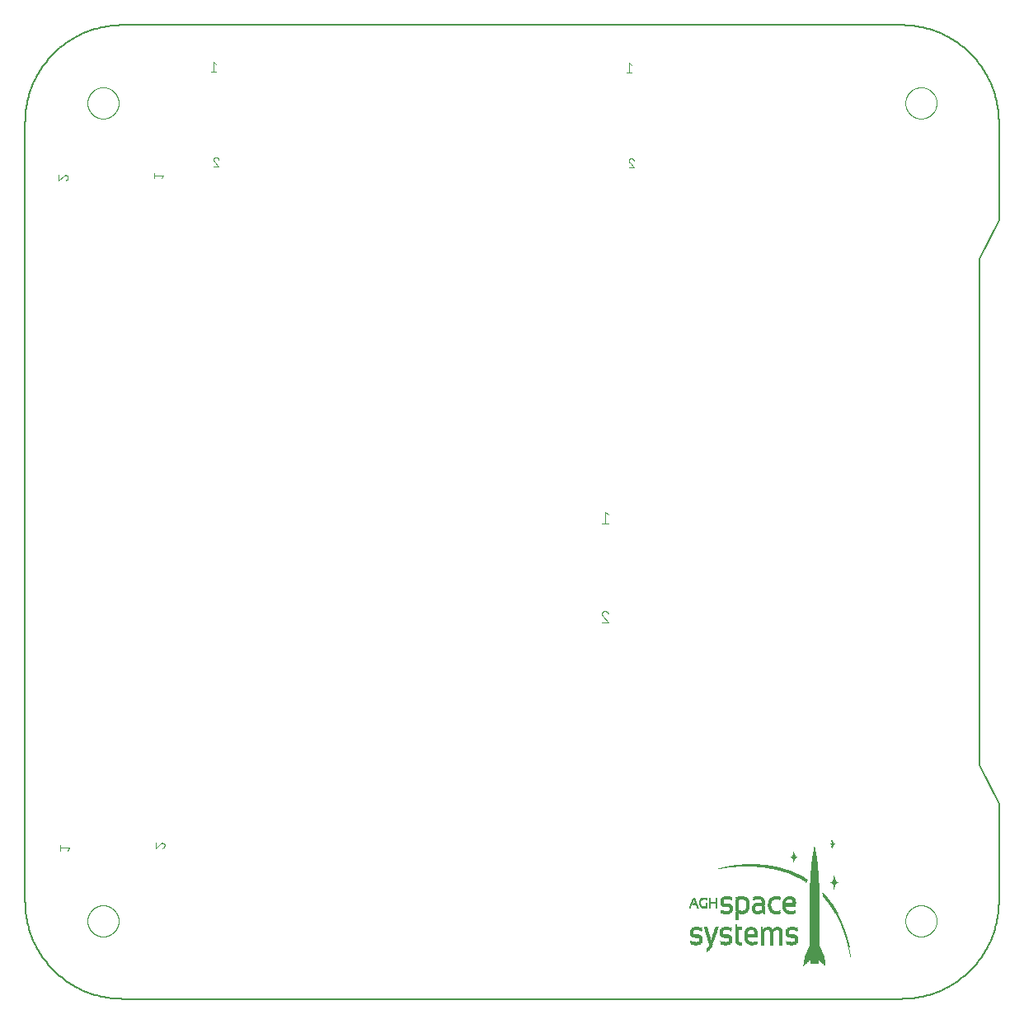
<source format=gbo>
G04 EAGLE Gerber RS-274X export*
G75*
%MOMM*%
%FSLAX34Y34*%
%LPD*%
%INSilk bottom*%
%IPPOS*%
%AMOC8*
5,1,8,0,0,1.08239X$1,22.5*%
G01*
%ADD10C,0.152400*%
%ADD11R,0.033019X0.016512*%
%ADD12R,0.049525X0.016506*%
%ADD13R,0.033019X0.016506*%
%ADD14R,0.066037X0.016506*%
%ADD15R,0.082550X0.016506*%
%ADD16R,0.115569X0.016512*%
%ADD17R,0.132075X0.016506*%
%ADD18R,0.132081X0.016506*%
%ADD19R,0.148588X0.016506*%
%ADD20R,0.165100X0.016506*%
%ADD21R,0.181606X0.016506*%
%ADD22R,0.181613X0.016506*%
%ADD23R,0.198119X0.016512*%
%ADD24R,0.181613X0.016512*%
%ADD25R,0.198119X0.016506*%
%ADD26R,0.214631X0.016506*%
%ADD27R,0.231138X0.016506*%
%ADD28R,0.875031X0.016506*%
%ADD29R,0.247650X0.016506*%
%ADD30R,0.264163X0.016506*%
%ADD31R,0.280669X0.016506*%
%ADD32R,0.264156X0.016506*%
%ADD33R,0.297181X0.016512*%
%ADD34R,0.875031X0.016512*%
%ADD35R,0.264156X0.016512*%
%ADD36R,0.313688X0.016506*%
%ADD37R,0.297175X0.016506*%
%ADD38R,0.330200X0.016506*%
%ADD39R,0.346706X0.016506*%
%ADD40R,0.363219X0.016512*%
%ADD41R,0.346706X0.016512*%
%ADD42R,0.363219X0.016506*%
%ADD43R,0.412750X0.016506*%
%ADD44R,0.429256X0.016506*%
%ADD45R,0.462281X0.016506*%
%ADD46R,0.445769X0.016506*%
%ADD47R,0.462281X0.016512*%
%ADD48R,0.462275X0.016512*%
%ADD49R,0.478788X0.016506*%
%ADD50R,0.511813X0.016506*%
%ADD51R,0.495300X0.016506*%
%ADD52R,0.528319X0.016512*%
%ADD53R,0.577850X0.016506*%
%ADD54R,0.561338X0.016506*%
%ADD55R,0.594363X0.016506*%
%ADD56R,0.594356X0.016506*%
%ADD57R,0.610869X0.016506*%
%ADD58R,1.485900X0.016506*%
%ADD59R,2.113281X0.016512*%
%ADD60R,2.113281X0.016506*%
%ADD61R,2.096769X0.016506*%
%ADD62R,2.080256X0.016506*%
%ADD63R,2.080256X0.016512*%
%ADD64R,2.063750X0.016506*%
%ADD65R,2.047238X0.016506*%
%ADD66R,2.030731X0.016512*%
%ADD67R,2.030731X0.016506*%
%ADD68R,2.014219X0.016506*%
%ADD69R,1.997706X0.016506*%
%ADD70R,1.981200X0.016506*%
%ADD71R,0.016512X0.016506*%
%ADD72R,1.981200X0.016512*%
%ADD73R,0.016512X0.016512*%
%ADD74R,1.948181X0.016506*%
%ADD75R,1.931669X0.016506*%
%ADD76R,1.915156X0.016506*%
%ADD77R,1.882138X0.016512*%
%ADD78R,1.882138X0.016506*%
%ADD79R,1.865631X0.016506*%
%ADD80R,1.849119X0.016506*%
%ADD81R,0.049531X0.016506*%
%ADD82R,1.832606X0.016506*%
%ADD83R,1.832606X0.016512*%
%ADD84R,1.816100X0.016506*%
%ADD85R,1.799588X0.016506*%
%ADD86R,1.783081X0.016506*%
%ADD87R,1.766569X0.016512*%
%ADD88R,1.766569X0.016506*%
%ADD89R,1.733550X0.016506*%
%ADD90R,1.717037X0.016506*%
%ADD91R,1.700531X0.016512*%
%ADD92R,1.684019X0.016506*%
%ADD93R,1.667506X0.016506*%
%ADD94R,1.651000X0.016506*%
%ADD95R,1.617981X0.016506*%
%ADD96R,1.617981X0.016512*%
%ADD97R,0.049531X0.016512*%
%ADD98R,1.584956X0.016506*%
%ADD99R,1.568450X0.016506*%
%ADD100R,1.551937X0.016512*%
%ADD101R,0.066037X0.016512*%
%ADD102R,1.518919X0.016506*%
%ADD103R,0.099056X0.016506*%
%ADD104R,1.502406X0.016506*%
%ADD105R,0.132081X0.016512*%
%ADD106R,1.502406X0.016512*%
%ADD107R,1.469388X0.016506*%
%ADD108R,1.452881X0.016506*%
%ADD109R,1.436369X0.016506*%
%ADD110R,1.403350X0.016512*%
%ADD111R,1.403350X0.016506*%
%ADD112R,1.386838X0.016506*%
%ADD113R,1.370331X0.016506*%
%ADD114R,1.353819X0.016506*%
%ADD115R,0.396238X0.016512*%
%ADD116R,1.353819X0.016512*%
%ADD117R,1.320800X0.016506*%
%ADD118R,1.304288X0.016506*%
%ADD119R,0.379731X0.016506*%
%ADD120R,1.271269X0.016506*%
%ADD121R,0.379725X0.016512*%
%ADD122R,1.254756X0.016512*%
%ADD123R,1.254756X0.016506*%
%ADD124R,1.221738X0.016506*%
%ADD125R,0.346713X0.016506*%
%ADD126R,0.330200X0.016512*%
%ADD127R,1.221738X0.016512*%
%ADD128R,0.082550X0.016512*%
%ADD129R,1.205231X0.016506*%
%ADD130R,1.188719X0.016506*%
%ADD131R,1.139188X0.016506*%
%ADD132R,0.297175X0.016512*%
%ADD133R,1.139188X0.016512*%
%ADD134R,1.106169X0.016506*%
%ADD135R,1.089656X0.016506*%
%ADD136R,0.099063X0.016506*%
%ADD137R,0.280669X0.016512*%
%ADD138R,1.073150X0.016512*%
%ADD139R,0.099056X0.016512*%
%ADD140R,1.040131X0.016506*%
%ADD141R,1.007106X0.016506*%
%ADD142R,0.990600X0.016506*%
%ADD143R,0.115569X0.016506*%
%ADD144R,0.990600X0.016512*%
%ADD145R,0.974087X0.016506*%
%ADD146R,0.297181X0.016506*%
%ADD147R,0.643888X0.016512*%
%ADD148R,0.610869X0.016512*%
%ADD149R,0.429256X0.016512*%
%ADD150R,0.974087X0.016512*%
%ADD151R,0.808988X0.016506*%
%ADD152R,0.825500X0.016506*%
%ADD153R,0.941069X0.016506*%
%ADD154R,0.924556X0.016506*%
%ADD155R,0.908050X0.016506*%
%ADD156R,0.957581X0.016506*%
%ADD157R,1.007113X0.016506*%
%ADD158R,0.528319X0.016506*%
%ADD159R,1.023619X0.016512*%
%ADD160R,0.346713X0.016512*%
%ADD161R,0.544831X0.016512*%
%ADD162R,1.007113X0.016512*%
%ADD163R,1.023619X0.016506*%
%ADD164R,0.544831X0.016506*%
%ADD165R,1.056638X0.016506*%
%ADD166R,1.073150X0.016506*%
%ADD167R,1.106169X0.016512*%
%ADD168R,1.122681X0.016512*%
%ADD169R,0.594356X0.016512*%
%ADD170R,1.089656X0.016512*%
%ADD171R,1.089662X0.016512*%
%ADD172R,1.122681X0.016506*%
%ADD173R,1.089662X0.016506*%
%ADD174R,0.511806X0.016506*%
%ADD175R,0.396238X0.016506*%
%ADD176R,0.379731X0.016512*%
%ADD177R,0.511806X0.016512*%
%ADD178R,0.462275X0.016506*%
%ADD179R,0.313688X0.016512*%
%ADD180R,0.561338X0.016512*%
%ADD181R,1.007106X0.016512*%
%ADD182R,0.132075X0.016512*%
%ADD183R,0.379725X0.016506*%
%ADD184R,0.759456X0.016506*%
%ADD185R,0.775969X0.016506*%
%ADD186R,0.875025X0.016512*%
%ADD187R,0.891538X0.016512*%
%ADD188R,0.957575X0.016506*%
%ADD189R,1.040131X0.016512*%
%ADD190R,1.040125X0.016506*%
%ADD191R,0.148588X0.016512*%
%ADD192R,0.908050X0.016512*%
%ADD193R,0.858519X0.016506*%
%ADD194R,0.742950X0.016506*%
%ADD195R,0.165100X0.016512*%
%ADD196R,0.016506X0.016512*%
%ADD197R,0.412750X0.016512*%
%ADD198R,0.511813X0.016512*%
%ADD199R,0.181606X0.016512*%
%ADD200R,0.660400X0.016506*%
%ADD201R,0.247650X0.016512*%
%ADD202R,0.709931X0.016512*%
%ADD203R,1.155700X0.016506*%
%ADD204R,0.627381X0.016506*%
%ADD205R,1.122675X0.016506*%
%ADD206R,2.129787X0.016506*%
%ADD207R,2.113275X0.016506*%
%ADD208R,0.627381X0.016512*%
%ADD209R,1.155700X0.016512*%
%ADD210R,0.842006X0.016506*%
%ADD211R,0.792475X0.016506*%
%ADD212R,1.040125X0.016512*%
%ADD213R,0.858519X0.016512*%
%ADD214R,0.231138X0.016512*%
%ADD215R,0.742950X0.016512*%
%ADD216R,0.759463X0.016512*%
%ADD217R,0.709931X0.016506*%
%ADD218R,0.693419X0.016506*%
%ADD219R,0.214625X0.016506*%
%ADD220R,0.627375X0.016506*%
%ADD221R,0.875025X0.016506*%
%ADD222R,0.544825X0.016506*%
%ADD223R,0.891538X0.016506*%
%ADD224R,0.643888X0.016506*%
%ADD225R,0.693419X0.016512*%
%ADD226R,0.709925X0.016512*%
%ADD227R,0.214625X0.016512*%
%ADD228R,0.445769X0.016512*%
%ADD229R,0.214631X0.016512*%
%ADD230R,1.056638X0.016512*%
%ADD231R,0.759463X0.016506*%
%ADD232R,0.792481X0.016506*%
%ADD233R,0.842006X0.016512*%
%ADD234R,0.627375X0.016512*%
%ADD235R,0.792481X0.016512*%
%ADD236R,0.842013X0.016506*%
%ADD237R,1.122675X0.016512*%
%ADD238R,0.957581X0.016512*%
%ADD239R,0.264163X0.016512*%
%ADD240R,1.205225X0.016506*%
%ADD241R,1.172206X0.016506*%
%ADD242R,1.188719X0.016512*%
%ADD243R,1.238250X0.016512*%
%ADD244R,1.238250X0.016506*%
%ADD245R,0.478788X0.016512*%
%ADD246R,0.577850X0.016512*%
%ADD247R,0.676906X0.016506*%
%ADD248R,0.495300X0.016512*%
%ADD249R,0.016506X0.016506*%
%ADD250R,0.660400X0.016512*%
%ADD251R,0.924563X0.016506*%
%ADD252R,0.709925X0.016506*%
%ADD253R,0.775969X0.016512*%
%ADD254R,0.726438X0.016512*%
%ADD255R,0.957575X0.016512*%
%ADD256R,0.049525X0.016512*%
%ADD257R,0.099063X0.016512*%
%ADD258R,0.941069X0.016512*%
%ADD259R,0.924556X0.016512*%
%ADD260R,0.726438X0.016506*%
%ADD261R,0.544825X0.016512*%
%ADD262R,0.429263X0.016506*%
%ADD263R,0.842013X0.016512*%
%ADD264R,0.825500X0.016512*%
%ADD265R,0.676906X0.016512*%
%ADD266R,0.808988X0.016512*%
%ADD267R,0.759456X0.016512*%
%ADD268R,1.337306X0.016512*%
%ADD269R,1.287781X0.016506*%
%ADD270R,0.676913X0.016506*%
%ADD271R,1.551937X0.016506*%
%ADD272R,1.601469X0.016506*%
%ADD273R,1.750063X0.016512*%
%ADD274R,0.676913X0.016512*%
%ADD275R,1.783075X0.016506*%
%ADD276R,4.193538X0.016506*%
%ADD277R,3.962400X0.016506*%
%ADD278R,3.830319X0.016512*%
%ADD279R,3.582669X0.016506*%
%ADD280R,3.153412X0.016506*%
%ADD281R,2.856231X0.016506*%
%ADD282R,2.493013X0.016506*%
%ADD283R,2.294888X0.016512*%
%ADD284C,0.000000*%
%ADD285C,0.076200*%
%ADD286C,0.101600*%


D10*
X0Y100000D02*
X0Y900000D01*
X100000Y1000000D02*
X900000Y1000000D01*
X1000000Y900000D02*
X1000000Y800000D01*
X1000000Y200000D02*
X1000000Y100000D01*
X900000Y0D02*
X100000Y0D01*
X0Y900000D02*
X29Y902416D01*
X117Y904831D01*
X263Y907243D01*
X467Y909651D01*
X729Y912054D01*
X1049Y914449D01*
X1427Y916836D01*
X1863Y919213D01*
X2356Y921578D01*
X2906Y923932D01*
X3512Y926271D01*
X4175Y928595D01*
X4894Y930902D01*
X5669Y933191D01*
X6498Y935460D01*
X7383Y937709D01*
X8321Y939936D01*
X9313Y942140D01*
X10357Y944319D01*
X11454Y946472D01*
X12603Y948598D01*
X13803Y950696D01*
X15053Y952764D01*
X16353Y954801D01*
X17702Y956806D01*
X19098Y958779D01*
X20542Y960716D01*
X22033Y962619D01*
X23568Y964484D01*
X25149Y966312D01*
X26773Y968102D01*
X28440Y969851D01*
X30149Y971560D01*
X31898Y973227D01*
X33688Y974851D01*
X35516Y976432D01*
X37381Y977967D01*
X39284Y979458D01*
X41221Y980902D01*
X43194Y982298D01*
X45199Y983647D01*
X47236Y984947D01*
X49304Y986197D01*
X51402Y987397D01*
X53528Y988546D01*
X55681Y989643D01*
X57860Y990687D01*
X60064Y991679D01*
X62291Y992617D01*
X64540Y993502D01*
X66809Y994331D01*
X69098Y995106D01*
X71405Y995825D01*
X73729Y996488D01*
X76068Y997094D01*
X78422Y997644D01*
X80787Y998137D01*
X83164Y998573D01*
X85551Y998951D01*
X87946Y999271D01*
X90349Y999533D01*
X92757Y999737D01*
X95169Y999883D01*
X97584Y999971D01*
X100000Y1000000D01*
X900000Y1000000D02*
X902416Y999971D01*
X904831Y999883D01*
X907243Y999737D01*
X909651Y999533D01*
X912054Y999271D01*
X914449Y998951D01*
X916836Y998573D01*
X919213Y998137D01*
X921578Y997644D01*
X923932Y997094D01*
X926271Y996488D01*
X928595Y995825D01*
X930902Y995106D01*
X933191Y994331D01*
X935460Y993502D01*
X937709Y992617D01*
X939936Y991679D01*
X942140Y990687D01*
X944319Y989643D01*
X946472Y988546D01*
X948598Y987397D01*
X950696Y986197D01*
X952764Y984947D01*
X954801Y983647D01*
X956806Y982298D01*
X958779Y980902D01*
X960716Y979458D01*
X962619Y977967D01*
X964484Y976432D01*
X966312Y974851D01*
X968102Y973227D01*
X969851Y971560D01*
X971560Y969851D01*
X973227Y968102D01*
X974851Y966312D01*
X976432Y964484D01*
X977967Y962619D01*
X979458Y960716D01*
X980902Y958779D01*
X982298Y956806D01*
X983647Y954801D01*
X984947Y952764D01*
X986197Y950696D01*
X987397Y948598D01*
X988546Y946472D01*
X989643Y944319D01*
X990687Y942140D01*
X991679Y939936D01*
X992617Y937709D01*
X993502Y935460D01*
X994331Y933191D01*
X995106Y930902D01*
X995825Y928595D01*
X996488Y926271D01*
X997094Y923932D01*
X997644Y921578D01*
X998137Y919213D01*
X998573Y916836D01*
X998951Y914449D01*
X999271Y912054D01*
X999533Y909651D01*
X999737Y907243D01*
X999883Y904831D01*
X999971Y902416D01*
X1000000Y900000D01*
X1000000Y100000D02*
X999971Y97584D01*
X999883Y95169D01*
X999737Y92757D01*
X999533Y90349D01*
X999271Y87946D01*
X998951Y85551D01*
X998573Y83164D01*
X998137Y80787D01*
X997644Y78422D01*
X997094Y76068D01*
X996488Y73729D01*
X995825Y71405D01*
X995106Y69098D01*
X994331Y66809D01*
X993502Y64540D01*
X992617Y62291D01*
X991679Y60064D01*
X990687Y57860D01*
X989643Y55681D01*
X988546Y53528D01*
X987397Y51402D01*
X986197Y49304D01*
X984947Y47236D01*
X983647Y45199D01*
X982298Y43194D01*
X980902Y41221D01*
X979458Y39284D01*
X977967Y37381D01*
X976432Y35516D01*
X974851Y33688D01*
X973227Y31898D01*
X971560Y30149D01*
X969851Y28440D01*
X968102Y26773D01*
X966312Y25149D01*
X964484Y23568D01*
X962619Y22033D01*
X960716Y20542D01*
X958779Y19098D01*
X956806Y17702D01*
X954801Y16353D01*
X952764Y15053D01*
X950696Y13803D01*
X948598Y12603D01*
X946472Y11454D01*
X944319Y10357D01*
X942140Y9313D01*
X939936Y8321D01*
X937709Y7383D01*
X935460Y6498D01*
X933191Y5669D01*
X930902Y4894D01*
X928595Y4175D01*
X926271Y3512D01*
X923932Y2906D01*
X921578Y2356D01*
X919213Y1863D01*
X916836Y1427D01*
X914449Y1049D01*
X912054Y729D01*
X909651Y467D01*
X907243Y263D01*
X904831Y117D01*
X902416Y29D01*
X900000Y0D01*
X100000Y0D02*
X97584Y29D01*
X95169Y117D01*
X92757Y263D01*
X90349Y467D01*
X87946Y729D01*
X85551Y1049D01*
X83164Y1427D01*
X80787Y1863D01*
X78422Y2356D01*
X76068Y2906D01*
X73729Y3512D01*
X71405Y4175D01*
X69098Y4894D01*
X66809Y5669D01*
X64540Y6498D01*
X62291Y7383D01*
X60064Y8321D01*
X57860Y9313D01*
X55681Y10357D01*
X53528Y11454D01*
X51402Y12603D01*
X49304Y13803D01*
X47236Y15053D01*
X45199Y16353D01*
X43194Y17702D01*
X41221Y19098D01*
X39284Y20542D01*
X37381Y22033D01*
X35516Y23568D01*
X33688Y25149D01*
X31898Y26773D01*
X30149Y28440D01*
X28440Y30149D01*
X26773Y31898D01*
X25149Y33688D01*
X23568Y35516D01*
X22033Y37381D01*
X20542Y39284D01*
X19098Y41221D01*
X17702Y43194D01*
X16353Y45199D01*
X15053Y47236D01*
X13803Y49304D01*
X12603Y51402D01*
X11454Y53528D01*
X10357Y55681D01*
X9313Y57860D01*
X8321Y60064D01*
X7383Y62291D01*
X6498Y64540D01*
X5669Y66809D01*
X4894Y69098D01*
X4175Y71405D01*
X3512Y73729D01*
X2906Y76068D01*
X2356Y78422D01*
X1863Y80787D01*
X1427Y83164D01*
X1049Y85551D01*
X729Y87946D01*
X467Y90349D01*
X263Y92757D01*
X117Y95169D01*
X29Y97584D01*
X0Y100000D01*
X980000Y760000D02*
X1000000Y800000D01*
X980000Y760000D02*
X980000Y240000D01*
X1000000Y200000D01*
D11*
X799497Y33846D03*
D12*
X799579Y34011D03*
D13*
X821620Y34011D03*
D14*
X799662Y34176D03*
D13*
X821620Y34176D03*
D15*
X799744Y34341D03*
D14*
X821455Y34341D03*
D15*
X799910Y34506D03*
X821373Y34506D03*
D16*
X800075Y34671D03*
X821207Y34671D03*
D17*
X800157Y34836D03*
D18*
X821125Y34836D03*
D19*
X800240Y35001D03*
D18*
X820960Y35001D03*
D20*
X800487Y35166D03*
D19*
X820877Y35166D03*
D21*
X800570Y35331D03*
D22*
X820712Y35331D03*
D23*
X800652Y35497D03*
D24*
X820712Y35497D03*
D25*
X800652Y35662D03*
D26*
X820547Y35662D03*
D27*
X800818Y35827D03*
D28*
X810641Y35827D03*
D26*
X820547Y35827D03*
D29*
X800900Y35992D03*
D28*
X810641Y35992D03*
D30*
X820299Y35992D03*
D31*
X801065Y36157D03*
D28*
X810641Y36157D03*
D32*
X820134Y36157D03*
D33*
X801148Y36322D03*
D34*
X810641Y36322D03*
D35*
X820134Y36322D03*
D36*
X801230Y36487D03*
D28*
X810641Y36487D03*
D37*
X819969Y36487D03*
D36*
X801395Y36652D03*
D28*
X810641Y36652D03*
D36*
X819887Y36652D03*
D38*
X801478Y36817D03*
D28*
X810641Y36817D03*
D36*
X819721Y36817D03*
D39*
X801560Y36982D03*
D28*
X810641Y36982D03*
D38*
X819639Y36982D03*
D40*
X801643Y37148D03*
D34*
X810641Y37148D03*
D41*
X819556Y37148D03*
D42*
X801643Y37313D03*
D28*
X810641Y37313D03*
D42*
X819474Y37313D03*
D43*
X801891Y37478D03*
D28*
X810641Y37478D03*
D43*
X819226Y37478D03*
D44*
X801973Y37643D03*
D28*
X810641Y37643D03*
D43*
X819226Y37643D03*
D45*
X802138Y37808D03*
D28*
X810641Y37808D03*
D46*
X819061Y37808D03*
D47*
X802303Y37973D03*
D34*
X810641Y37973D03*
D48*
X818979Y37973D03*
D45*
X802303Y38138D03*
D28*
X810641Y38138D03*
D45*
X818813Y38138D03*
D49*
X802386Y38303D03*
D28*
X810641Y38303D03*
D49*
X818731Y38303D03*
D50*
X802551Y38468D03*
D28*
X810641Y38468D03*
D51*
X818648Y38468D03*
D50*
X802551Y38633D03*
D28*
X810641Y38633D03*
D51*
X818648Y38633D03*
D52*
X802634Y38799D03*
D34*
X810641Y38799D03*
D52*
X818483Y38799D03*
D53*
X802881Y38964D03*
D28*
X810641Y38964D03*
D54*
X818318Y38964D03*
D55*
X802964Y39129D03*
D28*
X810641Y39129D03*
D56*
X818153Y39129D03*
D57*
X803046Y39294D03*
D58*
X813695Y39294D03*
D57*
X803046Y39459D03*
D58*
X813695Y39459D03*
D59*
X810558Y39624D03*
D60*
X810558Y39789D03*
X810558Y39954D03*
D61*
X810641Y40119D03*
D62*
X810558Y40284D03*
D63*
X810558Y40450D03*
D62*
X810558Y40615D03*
X810558Y40780D03*
X810558Y40945D03*
X810558Y41110D03*
D63*
X810558Y41275D03*
D64*
X810476Y41440D03*
D65*
X810558Y41605D03*
X810558Y41770D03*
X810558Y41935D03*
D66*
X810641Y42101D03*
D67*
X810641Y42266D03*
D68*
X810558Y42431D03*
D69*
X810641Y42596D03*
D70*
X810558Y42761D03*
D71*
X847954Y42761D03*
D72*
X810558Y42926D03*
D73*
X847954Y42926D03*
D74*
X810558Y43091D03*
D71*
X847954Y43091D03*
D74*
X810558Y43256D03*
D71*
X847954Y43256D03*
D75*
X810641Y43421D03*
D71*
X847954Y43421D03*
D76*
X810558Y43586D03*
D71*
X847954Y43586D03*
D77*
X810558Y43752D03*
D11*
X847871Y43752D03*
D78*
X810558Y43917D03*
D13*
X847871Y43917D03*
D79*
X810641Y44082D03*
D13*
X847871Y44082D03*
D80*
X810558Y44247D03*
D81*
X847789Y44247D03*
D82*
X810641Y44412D03*
D13*
X847706Y44412D03*
D83*
X810641Y44577D03*
D11*
X847706Y44577D03*
D84*
X810558Y44742D03*
D13*
X847706Y44742D03*
D84*
X810558Y44907D03*
D13*
X847706Y44907D03*
D85*
X810641Y45072D03*
D13*
X847541Y45072D03*
D86*
X810558Y45237D03*
D13*
X847541Y45237D03*
D87*
X810641Y45403D03*
D11*
X847541Y45403D03*
D88*
X810641Y45568D03*
D13*
X847541Y45568D03*
D89*
X810641Y45733D03*
D13*
X847541Y45733D03*
D90*
X810558Y45898D03*
D12*
X847458Y45898D03*
D90*
X810558Y46063D03*
D12*
X847458Y46063D03*
D91*
X810641Y46228D03*
D11*
X847376Y46228D03*
D92*
X810558Y46393D03*
D81*
X847293Y46393D03*
D93*
X810641Y46558D03*
D81*
X847293Y46558D03*
D94*
X810558Y46723D03*
D81*
X847293Y46723D03*
D95*
X810558Y46888D03*
D81*
X847293Y46888D03*
D96*
X810558Y47054D03*
D97*
X847293Y47054D03*
D95*
X810558Y47219D03*
D14*
X847211Y47219D03*
D98*
X810558Y47384D03*
D81*
X847128Y47384D03*
D99*
X810641Y47549D03*
D81*
X847128Y47549D03*
D99*
X810641Y47714D03*
D81*
X847128Y47714D03*
D100*
X810558Y47879D03*
D101*
X847046Y47879D03*
D102*
X810558Y48044D03*
D81*
X846963Y48044D03*
D13*
X700437Y48209D03*
D102*
X810558Y48209D03*
D14*
X846880Y48209D03*
D12*
X700519Y48374D03*
D102*
X810558Y48374D03*
D14*
X846880Y48374D03*
D103*
X700767Y48539D03*
D104*
X810641Y48539D03*
D14*
X846880Y48539D03*
D105*
X700767Y48705D03*
D106*
X810641Y48705D03*
D101*
X846880Y48705D03*
D19*
X700849Y48870D03*
D58*
X810558Y48870D03*
D14*
X846880Y48870D03*
D25*
X700932Y49035D03*
D107*
X810641Y49035D03*
D14*
X846715Y49035D03*
D27*
X700932Y49200D03*
D108*
X810558Y49200D03*
D14*
X846715Y49200D03*
D31*
X701180Y49365D03*
D109*
X810641Y49365D03*
D14*
X846715Y49365D03*
D33*
X701262Y49530D03*
D110*
X810641Y49530D03*
D101*
X846715Y49530D03*
D36*
X701345Y49695D03*
D111*
X810641Y49695D03*
D14*
X846715Y49695D03*
D38*
X701427Y49860D03*
D112*
X810558Y49860D03*
D14*
X846715Y49860D03*
D39*
X701345Y50025D03*
D113*
X810641Y50025D03*
D14*
X846550Y50025D03*
D42*
X701262Y50190D03*
D114*
X810558Y50190D03*
D14*
X846550Y50190D03*
D115*
X701427Y50356D03*
D116*
X810558Y50356D03*
D101*
X846550Y50356D03*
D43*
X701510Y50521D03*
D117*
X810558Y50521D03*
D81*
X846468Y50521D03*
D43*
X701510Y50686D03*
D118*
X810641Y50686D03*
D81*
X846468Y50686D03*
D43*
X701840Y50851D03*
D118*
X810641Y50851D03*
D14*
X846385Y50851D03*
D119*
X702005Y51016D03*
D120*
X810641Y51016D03*
D14*
X846385Y51016D03*
D121*
X702170Y51181D03*
D122*
X810558Y51181D03*
D101*
X846385Y51181D03*
D42*
X702418Y51346D03*
D123*
X810558Y51346D03*
D81*
X846303Y51346D03*
D39*
X702500Y51511D03*
D124*
X810558Y51511D03*
D81*
X846303Y51511D03*
D125*
X702666Y51676D03*
D124*
X810558Y51676D03*
D14*
X846220Y51676D03*
D39*
X702831Y51841D03*
D124*
X810558Y51841D03*
D14*
X846220Y51841D03*
D126*
X702913Y52007D03*
D127*
X810558Y52007D03*
D128*
X846138Y52007D03*
D38*
X702913Y52172D03*
D129*
X810641Y52172D03*
D15*
X846138Y52172D03*
D36*
X702996Y52337D03*
D130*
X810558Y52337D03*
D15*
X846138Y52337D03*
D36*
X703161Y52502D03*
D130*
X810558Y52502D03*
D15*
X846138Y52502D03*
D37*
X703409Y52667D03*
D131*
X810641Y52667D03*
D15*
X845972Y52667D03*
D132*
X703409Y52832D03*
D133*
X810641Y52832D03*
D128*
X845972Y52832D03*
D31*
X703491Y52997D03*
D131*
X810641Y52997D03*
D15*
X845972Y52997D03*
D37*
X703574Y53162D03*
D134*
X810641Y53162D03*
D15*
X845972Y53162D03*
D31*
X703656Y53327D03*
D135*
X810558Y53327D03*
D136*
X845890Y53327D03*
D31*
X703821Y53492D03*
D135*
X810558Y53492D03*
D136*
X845890Y53492D03*
D137*
X703821Y53658D03*
D138*
X810641Y53658D03*
D139*
X845725Y53658D03*
D31*
X703986Y53823D03*
D140*
X810641Y53823D03*
D103*
X845725Y53823D03*
D31*
X703986Y53988D03*
D140*
X810641Y53988D03*
D103*
X845725Y53988D03*
D29*
X704152Y54153D03*
D141*
X810641Y54153D03*
D103*
X845725Y54153D03*
D32*
X704234Y54318D03*
D142*
X810558Y54318D03*
D143*
X845642Y54318D03*
D137*
X704317Y54483D03*
D144*
X810558Y54483D03*
D139*
X845560Y54483D03*
D31*
X704317Y54648D03*
D145*
X810641Y54648D03*
D103*
X845560Y54648D03*
D31*
X704317Y54813D03*
D145*
X810641Y54813D03*
D103*
X845560Y54813D03*
D146*
X689045Y54978D03*
D31*
X704317Y54978D03*
D146*
X719423Y54978D03*
D39*
X734200Y54978D03*
D36*
X746747Y54978D03*
D31*
X757149Y54978D03*
X766724Y54978D03*
X776300Y54978D03*
D146*
X787114Y54978D03*
D145*
X810641Y54978D03*
D103*
X845395Y54978D03*
D44*
X688880Y55143D03*
D37*
X704399Y55143D03*
D46*
X719506Y55143D03*
D119*
X734035Y55143D03*
D45*
X746830Y55143D03*
D31*
X757149Y55143D03*
X766724Y55143D03*
X776300Y55143D03*
D44*
X787114Y55143D03*
D145*
X810641Y55143D03*
D103*
X845395Y55143D03*
D147*
X688797Y55309D03*
D132*
X704399Y55309D03*
D148*
X719341Y55309D03*
D149*
X733787Y55309D03*
D147*
X747077Y55309D03*
D137*
X757149Y55309D03*
X766724Y55309D03*
X776300Y55309D03*
D147*
X786867Y55309D03*
D150*
X810641Y55309D03*
D139*
X845395Y55309D03*
D151*
X688632Y55474D03*
D36*
X704482Y55474D03*
D152*
X719093Y55474D03*
D49*
X733539Y55474D03*
D151*
X747077Y55474D03*
D31*
X757149Y55474D03*
X766724Y55474D03*
X776300Y55474D03*
D152*
X786784Y55474D03*
D145*
X810641Y55474D03*
D103*
X845395Y55474D03*
D153*
X688467Y55639D03*
D36*
X704482Y55639D03*
D154*
X719093Y55639D03*
D51*
X733457Y55639D03*
D155*
X747078Y55639D03*
D31*
X757149Y55639D03*
X766724Y55639D03*
X776300Y55639D03*
D154*
X786619Y55639D03*
D145*
X810641Y55639D03*
D15*
X845312Y55639D03*
D145*
X688467Y55804D03*
D36*
X704482Y55804D03*
D145*
X719010Y55804D03*
D51*
X733457Y55804D03*
D154*
X746995Y55804D03*
D31*
X757149Y55804D03*
X766724Y55804D03*
X776300Y55804D03*
D156*
X786619Y55804D03*
D145*
X810641Y55804D03*
D15*
X845312Y55804D03*
D157*
X688632Y55969D03*
D38*
X704399Y55969D03*
D142*
X719093Y55969D03*
D158*
X733292Y55969D03*
D156*
X746830Y55969D03*
D31*
X757149Y55969D03*
X766724Y55969D03*
X776300Y55969D03*
D142*
X786784Y55969D03*
D145*
X810641Y55969D03*
D103*
X845229Y55969D03*
D159*
X688715Y56134D03*
D160*
X704317Y56134D03*
D159*
X719258Y56134D03*
D161*
X733209Y56134D03*
D144*
X746665Y56134D03*
D137*
X757149Y56134D03*
X766724Y56134D03*
X776300Y56134D03*
D162*
X786867Y56134D03*
D150*
X810641Y56134D03*
D139*
X845229Y56134D03*
D140*
X688797Y56299D03*
D125*
X704317Y56299D03*
D163*
X719258Y56299D03*
D164*
X733209Y56299D03*
D142*
X746665Y56299D03*
D31*
X757149Y56299D03*
X766724Y56299D03*
X776300Y56299D03*
D163*
X786949Y56299D03*
D142*
X810558Y56299D03*
D103*
X845229Y56299D03*
D165*
X688880Y56464D03*
D42*
X704399Y56464D03*
D165*
X719423Y56464D03*
D54*
X733127Y56464D03*
D141*
X746582Y56464D03*
D31*
X757149Y56464D03*
X766724Y56464D03*
X776300Y56464D03*
D165*
X787114Y56464D03*
D142*
X810558Y56464D03*
D103*
X845229Y56464D03*
D166*
X688962Y56629D03*
D42*
X704399Y56629D03*
D166*
X719506Y56629D03*
D53*
X733044Y56629D03*
D140*
X746417Y56629D03*
D31*
X757149Y56629D03*
X766724Y56629D03*
X776300Y56629D03*
D166*
X787197Y56629D03*
D142*
X810558Y56629D03*
D136*
X845064Y56629D03*
D166*
X688962Y56794D03*
D119*
X704317Y56794D03*
D166*
X719506Y56794D03*
D53*
X733044Y56794D03*
D140*
X746417Y56794D03*
D31*
X757149Y56794D03*
X766724Y56794D03*
X776300Y56794D03*
D166*
X787197Y56794D03*
D142*
X810558Y56794D03*
D136*
X845064Y56794D03*
D167*
X689127Y56960D03*
D115*
X704399Y56960D03*
D168*
X719753Y56960D03*
D169*
X732961Y56960D03*
D170*
X746169Y56960D03*
D137*
X757149Y56960D03*
X766724Y56960D03*
X776300Y56960D03*
D171*
X787279Y56960D03*
D144*
X810558Y56960D03*
D16*
X844982Y56960D03*
D134*
X689127Y57125D03*
D43*
X704482Y57125D03*
D172*
X719753Y57125D03*
D56*
X732961Y57125D03*
D135*
X746169Y57125D03*
D31*
X757149Y57125D03*
X766724Y57125D03*
X776300Y57125D03*
D173*
X787279Y57125D03*
D142*
X810558Y57125D03*
D103*
X844899Y57125D03*
D172*
X689210Y57290D03*
D44*
X704399Y57290D03*
D172*
X719753Y57290D03*
D57*
X732879Y57290D03*
D172*
X746004Y57290D03*
D31*
X757149Y57290D03*
X766724Y57290D03*
X776300Y57290D03*
D134*
X787362Y57290D03*
D142*
X810558Y57290D03*
D103*
X844899Y57290D03*
D131*
X689292Y57455D03*
D44*
X704399Y57455D03*
D172*
X719753Y57455D03*
D57*
X732879Y57455D03*
D172*
X746004Y57455D03*
D31*
X757149Y57455D03*
X766724Y57455D03*
X776300Y57455D03*
D172*
X787444Y57455D03*
D142*
X810558Y57455D03*
D143*
X844817Y57455D03*
D45*
X685908Y57620D03*
D158*
X692347Y57620D03*
D46*
X704317Y57620D03*
D45*
X716451Y57620D03*
D174*
X722808Y57620D03*
D175*
X731806Y57620D03*
D56*
X743198Y57620D03*
D175*
X749637Y57620D03*
D31*
X757149Y57620D03*
X766724Y57620D03*
X776300Y57620D03*
D45*
X784142Y57620D03*
D174*
X790499Y57620D03*
D142*
X810558Y57620D03*
D103*
X844734Y57620D03*
D176*
X685495Y57785D03*
D48*
X692842Y57785D03*
X704399Y57785D03*
D176*
X716039Y57785D03*
D48*
X723221Y57785D03*
D40*
X731641Y57785D03*
D177*
X742785Y57785D03*
D137*
X750214Y57785D03*
X757149Y57785D03*
X766724Y57785D03*
X776300Y57785D03*
D40*
X783647Y57785D03*
D48*
X790912Y57785D03*
D144*
X810558Y57785D03*
D139*
X844734Y57785D03*
D30*
X684917Y57950D03*
D43*
X693090Y57950D03*
D178*
X704399Y57950D03*
D30*
X715461Y57950D03*
D43*
X723633Y57950D03*
D38*
X731476Y57950D03*
D178*
X742372Y57950D03*
D20*
X750792Y57950D03*
D31*
X757149Y57950D03*
X766724Y57950D03*
X776300Y57950D03*
D29*
X783069Y57950D03*
D175*
X791242Y57950D03*
D142*
X810558Y57950D03*
D103*
X844734Y57950D03*
D22*
X684505Y58115D03*
D42*
X693337Y58115D03*
D178*
X704399Y58115D03*
D22*
X715048Y58115D03*
D42*
X723881Y58115D03*
D36*
X731393Y58115D03*
D43*
X742125Y58115D03*
D103*
X751122Y58115D03*
D31*
X757149Y58115D03*
X766724Y58115D03*
X776300Y58115D03*
D22*
X782739Y58115D03*
D42*
X791407Y58115D03*
D142*
X810558Y58115D03*
D103*
X844734Y58115D03*
D19*
X684339Y58280D03*
D42*
X693503Y58280D03*
D51*
X704399Y58280D03*
D19*
X714883Y58280D03*
D39*
X723963Y58280D03*
D38*
X731310Y58280D03*
D43*
X741959Y58280D03*
D14*
X751288Y58280D03*
D31*
X757149Y58280D03*
X766724Y58280D03*
X776300Y58280D03*
D19*
X782574Y58280D03*
D42*
X791572Y58280D03*
D142*
X810558Y58280D03*
D143*
X844652Y58280D03*
D136*
X684092Y58445D03*
D39*
X693750Y58445D03*
D174*
X704482Y58445D03*
D15*
X714553Y58445D03*
D125*
X724129Y58445D03*
D36*
X731228Y58445D03*
D42*
X741712Y58445D03*
D31*
X757149Y58445D03*
X766724Y58445D03*
X776300Y58445D03*
D15*
X782244Y58445D03*
D125*
X791820Y58445D03*
D142*
X810558Y58445D03*
D17*
X844569Y58445D03*
D179*
X693915Y58611D03*
D52*
X704399Y58611D03*
D179*
X724294Y58611D03*
D33*
X731145Y58611D03*
D160*
X741464Y58611D03*
D137*
X757149Y58611D03*
X766724Y58611D03*
X776300Y58611D03*
D179*
X791985Y58611D03*
D144*
X810558Y58611D03*
D16*
X844487Y58611D03*
D36*
X693915Y58776D03*
D158*
X704399Y58776D03*
D146*
X724376Y58776D03*
X731145Y58776D03*
D39*
X741299Y58776D03*
D31*
X757149Y58776D03*
X766724Y58776D03*
X776300Y58776D03*
D36*
X791985Y58776D03*
D142*
X810558Y58776D03*
D143*
X844487Y58776D03*
D36*
X693915Y58941D03*
D164*
X704317Y58941D03*
D146*
X724376Y58941D03*
D31*
X731063Y58941D03*
D38*
X741216Y58941D03*
D31*
X757149Y58941D03*
X766724Y58941D03*
X776300Y58941D03*
D146*
X792067Y58941D03*
D142*
X810558Y58941D03*
D143*
X844487Y58941D03*
D146*
X693998Y59106D03*
D54*
X704399Y59106D03*
D31*
X724459Y59106D03*
X731063Y59106D03*
D38*
X741051Y59106D03*
D31*
X757149Y59106D03*
X766724Y59106D03*
X776300Y59106D03*
X792150Y59106D03*
D142*
X810558Y59106D03*
D18*
X844404Y59106D03*
D146*
X693998Y59271D03*
D54*
X704399Y59271D03*
D31*
X724459Y59271D03*
X731063Y59271D03*
D36*
X740969Y59271D03*
D31*
X757149Y59271D03*
X766724Y59271D03*
X776300Y59271D03*
X792150Y59271D03*
D142*
X810558Y59271D03*
D18*
X844404Y59271D03*
D33*
X693998Y59436D03*
D180*
X704399Y59436D03*
D137*
X724459Y59436D03*
X731063Y59436D03*
D33*
X740886Y59436D03*
D137*
X757149Y59436D03*
X766724Y59436D03*
X776300Y59436D03*
X792150Y59436D03*
D144*
X810558Y59436D03*
D105*
X844404Y59436D03*
D146*
X693998Y59601D03*
X702913Y59601D03*
D31*
X705968Y59601D03*
D146*
X724541Y59601D03*
D31*
X731063Y59601D03*
D146*
X740886Y59601D03*
D31*
X757149Y59601D03*
X766724Y59601D03*
X776300Y59601D03*
D146*
X792232Y59601D03*
D142*
X810558Y59601D03*
D143*
X844321Y59601D03*
D31*
X694080Y59766D03*
D146*
X702913Y59766D03*
D37*
X706050Y59766D03*
D31*
X724624Y59766D03*
X731063Y59766D03*
D37*
X740721Y59766D03*
D31*
X757149Y59766D03*
X766724Y59766D03*
X776300Y59766D03*
X792315Y59766D03*
D142*
X810558Y59766D03*
D18*
X844239Y59766D03*
D31*
X694080Y59931D03*
D146*
X702913Y59931D03*
D31*
X706133Y59931D03*
X724624Y59931D03*
X731063Y59931D03*
D37*
X740556Y59931D03*
D31*
X757149Y59931D03*
X766724Y59931D03*
X776300Y59931D03*
X792315Y59931D03*
D142*
X810558Y59931D03*
D19*
X844156Y59931D03*
D31*
X694080Y60096D03*
D37*
X702748Y60096D03*
D31*
X706133Y60096D03*
X724624Y60096D03*
X731063Y60096D03*
X740474Y60096D03*
X757149Y60096D03*
X766724Y60096D03*
X776300Y60096D03*
X792315Y60096D03*
D142*
X810558Y60096D03*
D19*
X844156Y60096D03*
D137*
X694080Y60262D03*
D132*
X702748Y60262D03*
D35*
X706215Y60262D03*
D137*
X724624Y60262D03*
X731063Y60262D03*
X740474Y60262D03*
X757149Y60262D03*
X766724Y60262D03*
X776300Y60262D03*
X792315Y60262D03*
D144*
X810558Y60262D03*
D105*
X844074Y60262D03*
D31*
X694080Y60427D03*
X702666Y60427D03*
D32*
X706215Y60427D03*
D31*
X724624Y60427D03*
X731063Y60427D03*
X740474Y60427D03*
X757149Y60427D03*
X766724Y60427D03*
X776300Y60427D03*
X792315Y60427D03*
D142*
X810558Y60427D03*
D18*
X844074Y60427D03*
D31*
X694080Y60592D03*
X702666Y60592D03*
D32*
X706215Y60592D03*
D31*
X724624Y60592D03*
X731063Y60592D03*
D146*
X740391Y60592D03*
D31*
X757149Y60592D03*
X766724Y60592D03*
X776300Y60592D03*
X792315Y60592D03*
D142*
X810558Y60592D03*
D143*
X843991Y60592D03*
D31*
X694080Y60757D03*
X702666Y60757D03*
D29*
X706298Y60757D03*
D31*
X724624Y60757D03*
X731063Y60757D03*
D146*
X740391Y60757D03*
D31*
X757149Y60757D03*
X766724Y60757D03*
X776300Y60757D03*
X792315Y60757D03*
D142*
X810558Y60757D03*
D143*
X843991Y60757D03*
D146*
X693998Y60922D03*
D37*
X702583Y60922D03*
D30*
X706380Y60922D03*
D146*
X724541Y60922D03*
D31*
X731063Y60922D03*
D146*
X740391Y60922D03*
D31*
X757149Y60922D03*
X766724Y60922D03*
X776300Y60922D03*
D146*
X792232Y60922D03*
D142*
X810558Y60922D03*
D143*
X843991Y60922D03*
D33*
X693998Y61087D03*
D137*
X702501Y61087D03*
X706463Y61087D03*
X724459Y61087D03*
X731063Y61087D03*
X740308Y61087D03*
X757149Y61087D03*
X766724Y61087D03*
X776300Y61087D03*
X792150Y61087D03*
D181*
X810641Y61087D03*
D182*
X843909Y61087D03*
D146*
X693998Y61252D03*
D31*
X702501Y61252D03*
D32*
X706545Y61252D03*
D31*
X724459Y61252D03*
X731063Y61252D03*
X740308Y61252D03*
X757149Y61252D03*
X766724Y61252D03*
X776300Y61252D03*
X792150Y61252D03*
D141*
X810641Y61252D03*
D143*
X843826Y61252D03*
D36*
X693915Y61417D03*
D146*
X702418Y61417D03*
D32*
X706545Y61417D03*
D146*
X724376Y61417D03*
D31*
X731063Y61417D03*
D146*
X740226Y61417D03*
D31*
X757149Y61417D03*
X766724Y61417D03*
X776300Y61417D03*
D36*
X791985Y61417D03*
D141*
X810641Y61417D03*
D17*
X843744Y61417D03*
D36*
X693915Y61582D03*
D31*
X702335Y61582D03*
X706628Y61582D03*
D146*
X724376Y61582D03*
D31*
X731063Y61582D03*
X740143Y61582D03*
X757149Y61582D03*
X766724Y61582D03*
X776300Y61582D03*
D36*
X791985Y61582D03*
D141*
X810641Y61582D03*
D17*
X843744Y61582D03*
D38*
X693833Y61747D03*
D146*
X702253Y61747D03*
D32*
X706711Y61747D03*
D38*
X724211Y61747D03*
D31*
X731063Y61747D03*
X740143Y61747D03*
X757149Y61747D03*
X766724Y61747D03*
X776300Y61747D03*
D38*
X791902Y61747D03*
D141*
X810641Y61747D03*
D17*
X843744Y61747D03*
D41*
X693750Y61913D03*
D137*
X702170Y61913D03*
D35*
X706711Y61913D03*
D160*
X724129Y61913D03*
D137*
X731063Y61913D03*
X740143Y61913D03*
X757149Y61913D03*
X766724Y61913D03*
X776300Y61913D03*
D160*
X791820Y61913D03*
D181*
X810641Y61913D03*
D105*
X843578Y61913D03*
D125*
X693585Y62078D03*
D31*
X702170Y62078D03*
D29*
X706793Y62078D03*
D38*
X724046Y62078D03*
D31*
X731063Y62078D03*
X740143Y62078D03*
X757149Y62078D03*
X766724Y62078D03*
X776300Y62078D03*
D39*
X791654Y62078D03*
D141*
X810641Y62078D03*
D18*
X843578Y62078D03*
D119*
X693420Y62243D03*
D146*
X702088Y62243D03*
D32*
X706876Y62243D03*
D42*
X723881Y62243D03*
D31*
X731063Y62243D03*
X740143Y62243D03*
X757149Y62243D03*
X766724Y62243D03*
X776300Y62243D03*
D183*
X791489Y62243D03*
D141*
X810641Y62243D03*
D18*
X843578Y62243D03*
D46*
X693090Y62408D03*
D146*
X702088Y62408D03*
D31*
X706958Y62408D03*
D43*
X723633Y62408D03*
D31*
X731063Y62408D03*
X740143Y62408D03*
X757149Y62408D03*
X766724Y62408D03*
X776300Y62408D03*
D44*
X791242Y62408D03*
D141*
X810641Y62408D03*
D143*
X843496Y62408D03*
D184*
X691356Y62573D03*
D31*
X702005Y62573D03*
X706958Y62573D03*
D185*
X721817Y62573D03*
D31*
X731063Y62573D03*
X740143Y62573D03*
X757149Y62573D03*
X766724Y62573D03*
X776300Y62573D03*
D184*
X789426Y62573D03*
D141*
X810641Y62573D03*
D18*
X843413Y62573D03*
D186*
X690778Y62738D03*
D137*
X702005Y62738D03*
D35*
X707041Y62738D03*
D187*
X721239Y62738D03*
D137*
X731063Y62738D03*
X740143Y62738D03*
X757149Y62738D03*
X766724Y62738D03*
X776300Y62738D03*
D186*
X788848Y62738D03*
D181*
X810641Y62738D03*
D105*
X843413Y62738D03*
D188*
X690366Y62903D03*
D37*
X701923Y62903D03*
D31*
X707123Y62903D03*
D153*
X720827Y62903D03*
D31*
X731063Y62903D03*
X740143Y62903D03*
X757149Y62903D03*
X766724Y62903D03*
X776300Y62903D03*
D188*
X788435Y62903D03*
D141*
X810641Y62903D03*
D19*
X843331Y62903D03*
D142*
X690035Y63068D03*
D37*
X701758Y63068D03*
D31*
X707123Y63068D03*
D156*
X720579Y63068D03*
D31*
X731063Y63068D03*
D114*
X745509Y63068D03*
D31*
X757149Y63068D03*
X766724Y63068D03*
X776300Y63068D03*
D145*
X788187Y63068D03*
D141*
X810641Y63068D03*
D18*
X843248Y63068D03*
D142*
X689870Y63233D03*
D37*
X701758Y63233D03*
D30*
X707206Y63233D03*
D142*
X720414Y63233D03*
D31*
X731063Y63233D03*
D114*
X745509Y63233D03*
D31*
X757149Y63233D03*
X766724Y63233D03*
X776300Y63233D03*
D145*
X788022Y63233D03*
D141*
X810641Y63233D03*
D18*
X843248Y63233D03*
D142*
X689705Y63398D03*
D31*
X701675Y63398D03*
X707288Y63398D03*
D141*
X720331Y63398D03*
D31*
X731063Y63398D03*
D114*
X745509Y63398D03*
D31*
X757149Y63398D03*
X766724Y63398D03*
X776300Y63398D03*
D142*
X787775Y63398D03*
D141*
X810641Y63398D03*
D19*
X843166Y63398D03*
D181*
X689623Y63564D03*
D137*
X701675Y63564D03*
X707288Y63564D03*
D189*
X720166Y63564D03*
D137*
X731063Y63564D03*
D116*
X745509Y63564D03*
D137*
X757149Y63564D03*
X766724Y63564D03*
X776300Y63564D03*
D162*
X787692Y63564D03*
D181*
X810641Y63564D03*
D182*
X843083Y63564D03*
D157*
X689458Y63729D03*
D146*
X701592Y63729D03*
X707371Y63729D03*
D163*
X719919Y63729D03*
D31*
X731063Y63729D03*
D114*
X745509Y63729D03*
D31*
X757149Y63729D03*
X766724Y63729D03*
X776300Y63729D03*
D163*
X787610Y63729D03*
D141*
X810641Y63729D03*
D17*
X843083Y63729D03*
D163*
X689375Y63894D03*
D146*
X701592Y63894D03*
X707371Y63894D03*
D163*
X719919Y63894D03*
D31*
X731063Y63894D03*
D114*
X745509Y63894D03*
D31*
X757149Y63894D03*
X766724Y63894D03*
X776300Y63894D03*
D140*
X787527Y63894D03*
D141*
X810641Y63894D03*
D17*
X842918Y63894D03*
D163*
X689210Y64059D03*
D146*
X701592Y64059D03*
X707371Y64059D03*
D163*
X719753Y64059D03*
D31*
X731063Y64059D03*
D114*
X745509Y64059D03*
D31*
X757149Y64059D03*
X766724Y64059D03*
X776300Y64059D03*
D190*
X787362Y64059D03*
D141*
X810641Y64059D03*
D17*
X842918Y64059D03*
D141*
X689127Y64224D03*
D36*
X701510Y64224D03*
D37*
X707536Y64224D03*
D141*
X719671Y64224D03*
D31*
X731063Y64224D03*
D114*
X745509Y64224D03*
D31*
X757149Y64224D03*
X766724Y64224D03*
X776300Y64224D03*
D163*
X787279Y64224D03*
D141*
X810641Y64224D03*
D19*
X842835Y64224D03*
D159*
X688880Y64389D03*
D126*
X701427Y64389D03*
D132*
X707536Y64389D03*
D181*
X719506Y64389D03*
D137*
X731063Y64389D03*
D116*
X745509Y64389D03*
D137*
X757149Y64389D03*
X766724Y64389D03*
X776300Y64389D03*
D159*
X787114Y64389D03*
D181*
X810641Y64389D03*
D191*
X842835Y64389D03*
D157*
X688632Y64554D03*
D36*
X701345Y64554D03*
D31*
X707619Y64554D03*
D142*
X719093Y64554D03*
D31*
X731063Y64554D03*
D114*
X745509Y64554D03*
D31*
X757149Y64554D03*
X766724Y64554D03*
X776300Y64554D03*
D142*
X786784Y64554D03*
D163*
X810724Y64554D03*
D20*
X842753Y64554D03*
D145*
X688467Y64719D03*
D146*
X701262Y64719D03*
D31*
X707619Y64719D03*
D145*
X719010Y64719D03*
D31*
X731063Y64719D03*
D114*
X745509Y64719D03*
D31*
X757149Y64719D03*
X766724Y64719D03*
X776300Y64719D03*
D156*
X786619Y64719D03*
D140*
X810641Y64719D03*
D20*
X842753Y64719D03*
D145*
X688467Y64884D03*
D146*
X701262Y64884D03*
D32*
X707701Y64884D03*
D145*
X719010Y64884D03*
D31*
X731063Y64884D03*
D114*
X745509Y64884D03*
D31*
X757149Y64884D03*
X766724Y64884D03*
X776300Y64884D03*
D156*
X786619Y64884D03*
D140*
X810641Y64884D03*
D20*
X842753Y64884D03*
D153*
X688137Y65049D03*
D146*
X701262Y65049D03*
D31*
X707784Y65049D03*
D153*
X718680Y65049D03*
D31*
X731063Y65049D03*
D114*
X745509Y65049D03*
D31*
X757149Y65049D03*
X766724Y65049D03*
X776300Y65049D03*
D153*
X786371Y65049D03*
D140*
X810641Y65049D03*
D20*
X842753Y65049D03*
D192*
X687972Y65215D03*
D33*
X701262Y65215D03*
D137*
X707784Y65215D03*
D187*
X718433Y65215D03*
D137*
X731063Y65215D03*
D116*
X745509Y65215D03*
D137*
X757149Y65215D03*
X766724Y65215D03*
X776300Y65215D03*
D187*
X786124Y65215D03*
D189*
X810641Y65215D03*
D191*
X842670Y65215D03*
D193*
X687724Y65380D03*
D146*
X701262Y65380D03*
D31*
X707784Y65380D03*
D193*
X718268Y65380D03*
D31*
X731063Y65380D03*
D114*
X745509Y65380D03*
D31*
X757149Y65380D03*
X766724Y65380D03*
X776300Y65380D03*
D193*
X785793Y65380D03*
D140*
X810641Y65380D03*
D19*
X842670Y65380D03*
D194*
X687146Y65545D03*
D31*
X701180Y65545D03*
X707949Y65545D03*
D194*
X717525Y65545D03*
D31*
X731063Y65545D03*
D114*
X745509Y65545D03*
D31*
X757149Y65545D03*
X766724Y65545D03*
X776300Y65545D03*
D194*
X785216Y65545D03*
D140*
X810641Y65545D03*
D19*
X842505Y65545D03*
D39*
X685165Y65710D03*
D37*
X701097Y65710D03*
D31*
X707949Y65710D03*
D42*
X715626Y65710D03*
D31*
X731063Y65710D03*
D114*
X745509Y65710D03*
D31*
X757149Y65710D03*
X766724Y65710D03*
X776300Y65710D03*
D42*
X783317Y65710D03*
D140*
X810641Y65710D03*
D19*
X842505Y65710D03*
D39*
X685000Y65875D03*
D36*
X701015Y65875D03*
D31*
X707949Y65875D03*
D42*
X715461Y65875D03*
D31*
X731063Y65875D03*
D114*
X745509Y65875D03*
D31*
X757149Y65875D03*
X766724Y65875D03*
X776300Y65875D03*
D42*
X783152Y65875D03*
D140*
X810641Y65875D03*
D20*
X842423Y65875D03*
D33*
X684752Y66040D03*
D132*
X700932Y66040D03*
D137*
X708114Y66040D03*
D179*
X715213Y66040D03*
D137*
X731063Y66040D03*
X740143Y66040D03*
X750875Y66040D03*
X757149Y66040D03*
X766724Y66040D03*
X776300Y66040D03*
D132*
X782822Y66040D03*
D189*
X810641Y66040D03*
D191*
X842340Y66040D03*
D146*
X684752Y66205D03*
D31*
X700850Y66205D03*
X708114Y66205D03*
D36*
X715213Y66205D03*
D31*
X731063Y66205D03*
X740143Y66205D03*
X750875Y66205D03*
X757149Y66205D03*
X766724Y66205D03*
X776300Y66205D03*
D37*
X782822Y66205D03*
D140*
X810641Y66205D03*
D19*
X842340Y66205D03*
D31*
X684670Y66370D03*
D146*
X700767Y66370D03*
D31*
X708279Y66370D03*
X715048Y66370D03*
X731063Y66370D03*
X740143Y66370D03*
X750875Y66370D03*
X757149Y66370D03*
X766724Y66370D03*
X776300Y66370D03*
X782739Y66370D03*
D140*
X810641Y66370D03*
D20*
X842258Y66370D03*
D31*
X684670Y66535D03*
D146*
X700767Y66535D03*
D31*
X708279Y66535D03*
X715048Y66535D03*
X731063Y66535D03*
X740143Y66535D03*
X750875Y66535D03*
X757149Y66535D03*
X766724Y66535D03*
X776300Y66535D03*
X782739Y66535D03*
D140*
X810641Y66535D03*
D20*
X842258Y66535D03*
D31*
X684670Y66700D03*
D146*
X700767Y66700D03*
D31*
X708279Y66700D03*
X715048Y66700D03*
X731063Y66700D03*
X740143Y66700D03*
X750875Y66700D03*
X757149Y66700D03*
X766724Y66700D03*
X776300Y66700D03*
X782739Y66700D03*
D140*
X810641Y66700D03*
D20*
X842093Y66700D03*
D137*
X684505Y66866D03*
X700684Y66866D03*
X708444Y66866D03*
D132*
X714966Y66866D03*
D137*
X731063Y66866D03*
X740143Y66866D03*
D33*
X750792Y66866D03*
D137*
X757149Y66866D03*
X766724Y66866D03*
X776300Y66866D03*
X782574Y66866D03*
D189*
X810641Y66866D03*
D195*
X842093Y66866D03*
D32*
X684422Y67031D03*
D146*
X700602Y67031D03*
D31*
X708444Y67031D03*
D37*
X714966Y67031D03*
D31*
X731063Y67031D03*
X740143Y67031D03*
D146*
X750792Y67031D03*
D31*
X757149Y67031D03*
X766724Y67031D03*
D37*
X776218Y67031D03*
D32*
X782491Y67031D03*
D140*
X810641Y67031D03*
D19*
X842010Y67031D03*
D32*
X684422Y67196D03*
D146*
X700602Y67196D03*
D31*
X708444Y67196D03*
D37*
X714966Y67196D03*
D31*
X731063Y67196D03*
D146*
X740226Y67196D03*
X750792Y67196D03*
D31*
X757149Y67196D03*
X766724Y67196D03*
D37*
X776218Y67196D03*
D32*
X782491Y67196D03*
D140*
X810641Y67196D03*
D19*
X842010Y67196D03*
D32*
X684422Y67361D03*
D36*
X700519Y67361D03*
D37*
X708527Y67361D03*
X714966Y67361D03*
D31*
X731063Y67361D03*
D146*
X740391Y67361D03*
X750792Y67361D03*
D31*
X757149Y67361D03*
X766724Y67361D03*
D37*
X776218Y67361D03*
D32*
X782491Y67361D03*
D140*
X810641Y67361D03*
D20*
X841927Y67361D03*
D32*
X684422Y67526D03*
D146*
X700437Y67526D03*
X708692Y67526D03*
D31*
X714883Y67526D03*
X731063Y67526D03*
D146*
X740391Y67526D03*
D31*
X750710Y67526D03*
X757149Y67526D03*
X766724Y67526D03*
D37*
X776218Y67526D03*
D32*
X782491Y67526D03*
D140*
X810641Y67526D03*
D19*
X841845Y67526D03*
D35*
X684422Y67691D03*
D137*
X700354Y67691D03*
X708774Y67691D03*
X714883Y67691D03*
X731063Y67691D03*
D33*
X740391Y67691D03*
D132*
X750627Y67691D03*
D137*
X757149Y67691D03*
X766724Y67691D03*
D132*
X776218Y67691D03*
D35*
X782491Y67691D03*
D189*
X810641Y67691D03*
D195*
X841762Y67691D03*
D32*
X684422Y67856D03*
D37*
X700272Y67856D03*
D31*
X708774Y67856D03*
X714883Y67856D03*
X731063Y67856D03*
D146*
X740391Y67856D03*
D37*
X750627Y67856D03*
D31*
X757149Y67856D03*
X766724Y67856D03*
D37*
X776218Y67856D03*
D32*
X782491Y67856D03*
D140*
X810641Y67856D03*
D20*
X841762Y67856D03*
D32*
X684422Y68021D03*
D37*
X700272Y68021D03*
D31*
X708774Y68021D03*
X714883Y68021D03*
X731063Y68021D03*
X740474Y68021D03*
D37*
X750627Y68021D03*
D31*
X757149Y68021D03*
D146*
X766642Y68021D03*
D37*
X776218Y68021D03*
D32*
X782491Y68021D03*
D140*
X810641Y68021D03*
D21*
X841680Y68021D03*
D32*
X684422Y68186D03*
D37*
X700272Y68186D03*
D146*
X708857Y68186D03*
D31*
X714883Y68186D03*
X731063Y68186D03*
X740474Y68186D03*
D37*
X750627Y68186D03*
X757231Y68186D03*
D36*
X766724Y68186D03*
X776135Y68186D03*
D32*
X782491Y68186D03*
D140*
X810641Y68186D03*
D20*
X841597Y68186D03*
D32*
X684422Y68351D03*
D31*
X700189Y68351D03*
D146*
X708857Y68351D03*
D31*
X714883Y68351D03*
X731063Y68351D03*
X740474Y68351D03*
D37*
X750627Y68351D03*
X757231Y68351D03*
D38*
X766807Y68351D03*
D36*
X776135Y68351D03*
D32*
X782491Y68351D03*
D140*
X810641Y68351D03*
D19*
X841515Y68351D03*
D35*
X684422Y68517D03*
D132*
X700107Y68517D03*
D33*
X708857Y68517D03*
D132*
X714966Y68517D03*
D137*
X731063Y68517D03*
D132*
X740556Y68517D03*
X750462Y68517D03*
D179*
X757314Y68517D03*
D40*
X766807Y68517D03*
D132*
X776053Y68517D03*
D35*
X782491Y68517D03*
D189*
X810641Y68517D03*
D195*
X841432Y68517D03*
D32*
X684422Y68682D03*
D36*
X700024Y68682D03*
X708939Y68682D03*
D37*
X714966Y68682D03*
D31*
X731063Y68682D03*
D37*
X740721Y68682D03*
X750462Y68682D03*
D39*
X757479Y68682D03*
D119*
X766890Y68682D03*
D37*
X776053Y68682D03*
D32*
X782491Y68682D03*
D140*
X810641Y68682D03*
D20*
X841432Y68682D03*
D31*
X684670Y68847D03*
D36*
X700024Y68847D03*
D146*
X709022Y68847D03*
D31*
X715048Y68847D03*
X731063Y68847D03*
D36*
X740804Y68847D03*
D146*
X750297Y68847D03*
D42*
X757561Y68847D03*
D43*
X766890Y68847D03*
D36*
X775970Y68847D03*
D31*
X782739Y68847D03*
D140*
X810641Y68847D03*
D22*
X841350Y68847D03*
D31*
X684670Y69012D03*
D146*
X699941Y69012D03*
D31*
X709105Y69012D03*
X715048Y69012D03*
X731063Y69012D03*
D36*
X740969Y69012D03*
X750214Y69012D03*
D175*
X757726Y69012D03*
D44*
X766972Y69012D03*
D36*
X775970Y69012D03*
D31*
X782739Y69012D03*
D140*
X810641Y69012D03*
D20*
X841267Y69012D03*
D31*
X684670Y69177D03*
D36*
X699859Y69177D03*
D31*
X709105Y69177D03*
X715048Y69177D03*
X731063Y69177D03*
D38*
X741051Y69177D03*
X750132Y69177D03*
D175*
X757726Y69177D03*
D178*
X766972Y69177D03*
D36*
X775970Y69177D03*
D31*
X782739Y69177D03*
D140*
X810641Y69177D03*
D21*
X841184Y69177D03*
D33*
X684752Y69342D03*
D196*
X694906Y69342D03*
D179*
X699859Y69342D03*
D137*
X709105Y69342D03*
D179*
X715213Y69342D03*
D196*
X725284Y69342D03*
D137*
X731063Y69342D03*
D126*
X741216Y69342D03*
D179*
X750049Y69342D03*
D197*
X757809Y69342D03*
D198*
X767055Y69342D03*
D179*
X775805Y69342D03*
D132*
X782822Y69342D03*
D196*
X792975Y69342D03*
D189*
X810641Y69342D03*
D199*
X841184Y69342D03*
D38*
X684917Y69507D03*
D14*
X694658Y69507D03*
D36*
X699859Y69507D03*
D37*
X709187Y69507D03*
D38*
X715296Y69507D03*
D81*
X725119Y69507D03*
D31*
X731063Y69507D03*
D39*
X741299Y69507D03*
D38*
X749967Y69507D03*
D46*
X757974Y69507D03*
D164*
X767055Y69507D03*
D38*
X775722Y69507D03*
X782987Y69507D03*
D81*
X792810Y69507D03*
D140*
X810641Y69507D03*
D21*
X841184Y69507D03*
D36*
X685000Y69672D03*
D103*
X694493Y69672D03*
D36*
X699859Y69672D03*
D31*
X709270Y69672D03*
D36*
X715378Y69672D03*
D15*
X724954Y69672D03*
D31*
X731063Y69672D03*
D125*
X741464Y69672D03*
D39*
X749884Y69672D03*
D46*
X757974Y69672D03*
D54*
X767137Y69672D03*
D38*
X775557Y69672D03*
D36*
X783069Y69672D03*
D15*
X792645Y69672D03*
D140*
X810641Y69672D03*
D20*
X841102Y69672D03*
D38*
X685082Y69837D03*
D19*
X694245Y69837D03*
D146*
X699776Y69837D03*
D31*
X709270Y69837D03*
D39*
X715543Y69837D03*
D19*
X724624Y69837D03*
D31*
X731063Y69837D03*
D42*
X741547Y69837D03*
X749637Y69837D03*
D51*
X758222Y69837D03*
D57*
X767220Y69837D03*
D39*
X775475Y69837D03*
X783234Y69837D03*
D19*
X792315Y69837D03*
D140*
X810641Y69837D03*
D20*
X841102Y69837D03*
D42*
X685248Y70002D03*
D27*
X693833Y70002D03*
D146*
X699776Y70002D03*
D37*
X709352Y70002D03*
D119*
X715874Y70002D03*
D26*
X724294Y70002D03*
D31*
X731063Y70002D03*
D183*
X741794Y70002D03*
D42*
X749471Y70002D03*
D158*
X758387Y70002D03*
D200*
X767302Y70002D03*
D119*
X775310Y70002D03*
D42*
X783317Y70002D03*
D26*
X791985Y70002D03*
D140*
X810641Y70002D03*
D20*
X841102Y70002D03*
D115*
X685413Y70168D03*
D35*
X693668Y70168D03*
D179*
X699694Y70168D03*
D132*
X709352Y70168D03*
D115*
X715956Y70168D03*
D201*
X724129Y70168D03*
D137*
X731063Y70168D03*
D115*
X741877Y70168D03*
D121*
X749389Y70168D03*
D180*
X758552Y70168D03*
D202*
X767220Y70168D03*
D176*
X775145Y70168D03*
D115*
X783482Y70168D03*
D35*
X791737Y70168D03*
D189*
X810641Y70168D03*
D199*
X841019Y70168D03*
D203*
X689210Y70333D03*
D36*
X699694Y70333D03*
D146*
X709517Y70333D03*
D131*
X719671Y70333D03*
D204*
X732796Y70333D03*
D205*
X745674Y70333D03*
D206*
X766394Y70333D03*
D131*
X787362Y70333D03*
D140*
X810641Y70333D03*
D21*
X840854Y70333D03*
D131*
X689292Y70498D03*
D31*
X699529Y70498D03*
X709600Y70498D03*
D172*
X719753Y70498D03*
D204*
X732796Y70498D03*
D166*
X745592Y70498D03*
D207*
X766312Y70498D03*
D172*
X787444Y70498D03*
D140*
X810641Y70498D03*
D21*
X840854Y70498D03*
D131*
X689292Y70663D03*
D37*
X699446Y70663D03*
D31*
X709600Y70663D03*
D172*
X719753Y70663D03*
D204*
X732796Y70663D03*
D166*
X745592Y70663D03*
D203*
X761524Y70663D03*
D154*
X772090Y70663D03*
D172*
X787444Y70663D03*
D140*
X810641Y70663D03*
D20*
X840772Y70663D03*
D205*
X689375Y70828D03*
D37*
X699446Y70828D03*
D146*
X709682Y70828D03*
D135*
X719919Y70828D03*
D204*
X732796Y70828D03*
D140*
X745592Y70828D03*
D203*
X761524Y70828D03*
D155*
X772173Y70828D03*
D134*
X787527Y70828D03*
D140*
X810641Y70828D03*
D21*
X840689Y70828D03*
D167*
X689458Y70993D03*
D132*
X699446Y70993D03*
D137*
X709765Y70993D03*
D170*
X719919Y70993D03*
D208*
X732796Y70993D03*
D189*
X745592Y70993D03*
D209*
X761524Y70993D03*
D34*
X772173Y70993D03*
D167*
X787527Y70993D03*
D189*
X810641Y70993D03*
D195*
X840607Y70993D03*
D135*
X689540Y71158D03*
D36*
X699364Y71158D03*
D31*
X709765Y71158D03*
D166*
X720001Y71158D03*
D204*
X732796Y71158D03*
D163*
X745674Y71158D03*
D27*
X756901Y71158D03*
D155*
X762762Y71158D03*
D193*
X772255Y71158D03*
D135*
X787610Y71158D03*
D140*
X810641Y71158D03*
D20*
X840607Y71158D03*
D135*
X689540Y71323D03*
D37*
X699281Y71323D03*
D146*
X709847Y71323D03*
D166*
X720001Y71323D03*
D204*
X732796Y71323D03*
D145*
X745592Y71323D03*
D27*
X756901Y71323D03*
D210*
X762762Y71323D03*
D152*
X772255Y71323D03*
D135*
X787610Y71323D03*
D140*
X810641Y71323D03*
D22*
X840524Y71323D03*
D166*
X689623Y71488D03*
D36*
X699198Y71488D03*
D146*
X709847Y71488D03*
D165*
X720084Y71488D03*
D204*
X732796Y71488D03*
D153*
X745592Y71488D03*
D27*
X756901Y71488D03*
D152*
X762845Y71488D03*
D185*
X772338Y71488D03*
D166*
X787692Y71488D03*
D140*
X810641Y71488D03*
D20*
X840442Y71488D03*
D165*
X689705Y71653D03*
D36*
X699198Y71653D03*
X709930Y71653D03*
D165*
X720084Y71653D03*
D204*
X732796Y71653D03*
D154*
X745674Y71653D03*
D27*
X756901Y71653D03*
D211*
X762845Y71653D03*
D185*
X772338Y71653D03*
D165*
X787775Y71653D03*
D140*
X810641Y71653D03*
D21*
X840359Y71653D03*
D212*
X689788Y71819D03*
D179*
X699198Y71819D03*
D132*
X710013Y71819D03*
D189*
X720166Y71819D03*
D208*
X732796Y71819D03*
D213*
X745674Y71819D03*
D214*
X756901Y71819D03*
D215*
X762927Y71819D03*
D216*
X772420Y71819D03*
D189*
X787857Y71819D03*
X810641Y71819D03*
D199*
X840359Y71819D03*
D141*
X689953Y71984D03*
D36*
X699033Y71984D03*
D37*
X710178Y71984D03*
D141*
X720331Y71984D03*
D204*
X732796Y71984D03*
D152*
X745674Y71984D03*
D27*
X756901Y71984D03*
D217*
X762927Y71984D03*
D218*
X772420Y71984D03*
D141*
X788022Y71984D03*
D140*
X810641Y71984D03*
D25*
X840276Y71984D03*
D145*
X690118Y72149D03*
D146*
X698951Y72149D03*
D37*
X710178Y72149D03*
D156*
X720579Y72149D03*
D204*
X732796Y72149D03*
D194*
X745592Y72149D03*
D219*
X756818Y72149D03*
D220*
X762845Y72149D03*
D204*
X772420Y72149D03*
D156*
X788270Y72149D03*
D140*
X810641Y72149D03*
D21*
X840194Y72149D03*
D221*
X689953Y72314D03*
D146*
X698951Y72314D03*
D37*
X710178Y72314D03*
D193*
X720579Y72314D03*
D204*
X732796Y72314D03*
D218*
X745674Y72314D03*
D219*
X756818Y72314D03*
D53*
X762927Y72314D03*
D222*
X772503Y72314D03*
D223*
X788105Y72314D03*
D140*
X810641Y72314D03*
D20*
X840111Y72314D03*
D151*
X689953Y72479D03*
D36*
X698868Y72479D03*
D31*
X710260Y72479D03*
D152*
X720414Y72479D03*
D204*
X732796Y72479D03*
D224*
X745757Y72479D03*
D219*
X756818Y72479D03*
D164*
X762927Y72479D03*
D174*
X772503Y72479D03*
D152*
X788105Y72479D03*
D140*
X810641Y72479D03*
D21*
X840029Y72479D03*
D225*
X689870Y72644D03*
D33*
X698786Y72644D03*
X710343Y72644D03*
D226*
X720331Y72644D03*
D208*
X732796Y72644D03*
D161*
X745757Y72644D03*
D227*
X756818Y72644D03*
D48*
X763010Y72644D03*
D228*
X772503Y72644D03*
D225*
X787940Y72644D03*
D189*
X810641Y72644D03*
D23*
X839946Y72644D03*
D54*
X689705Y72809D03*
D146*
X698786Y72809D03*
X710343Y72809D03*
D164*
X720166Y72809D03*
D204*
X732796Y72809D03*
D44*
X745674Y72809D03*
D219*
X756818Y72809D03*
D42*
X763010Y72809D03*
X772585Y72809D03*
D54*
X787775Y72809D03*
D140*
X810641Y72809D03*
D21*
X839864Y72809D03*
D46*
X689623Y72974D03*
D36*
X698703Y72974D03*
X710425Y72974D03*
D178*
X720084Y72974D03*
D204*
X732796Y72974D03*
D42*
X745674Y72974D03*
D25*
X756736Y72974D03*
D36*
X762927Y72974D03*
D31*
X772503Y72974D03*
D46*
X787692Y72974D03*
D140*
X810641Y72974D03*
D21*
X839864Y72974D03*
D27*
X730815Y73139D03*
D140*
X810641Y73139D03*
D25*
X839781Y73139D03*
D27*
X730815Y73304D03*
D140*
X810641Y73304D03*
D22*
X839699Y73304D03*
D229*
X730733Y73470D03*
D189*
X810641Y73470D03*
D24*
X839699Y73470D03*
D26*
X730733Y73635D03*
D165*
X810724Y73635D03*
D21*
X839533Y73635D03*
D25*
X730650Y73800D03*
D165*
X810724Y73800D03*
D21*
X839533Y73800D03*
D25*
X730650Y73965D03*
D165*
X810724Y73965D03*
D21*
X839533Y73965D03*
D25*
X730650Y74130D03*
D165*
X810724Y74130D03*
D25*
X839451Y74130D03*
D23*
X730650Y74295D03*
D230*
X810724Y74295D03*
D23*
X839451Y74295D03*
D25*
X730650Y74460D03*
D165*
X810724Y74460D03*
D25*
X839286Y74460D03*
X730650Y74625D03*
D165*
X810724Y74625D03*
D25*
X839286Y74625D03*
D21*
X730567Y74790D03*
D165*
X810724Y74790D03*
D25*
X839121Y74790D03*
D21*
X730567Y74955D03*
D165*
X810724Y74955D03*
D25*
X839121Y74955D03*
D199*
X730567Y75121D03*
D230*
X810724Y75121D03*
D23*
X838956Y75121D03*
D21*
X730567Y75286D03*
D165*
X810724Y75286D03*
D25*
X838956Y75286D03*
D21*
X730567Y75451D03*
D165*
X810724Y75451D03*
D25*
X838956Y75451D03*
D21*
X730567Y75616D03*
D165*
X810724Y75616D03*
D25*
X838791Y75616D03*
D21*
X730567Y75781D03*
D165*
X810724Y75781D03*
D26*
X838708Y75781D03*
D199*
X730567Y75946D03*
D230*
X810724Y75946D03*
D23*
X838625Y75946D03*
D165*
X810724Y76111D03*
D25*
X838625Y76111D03*
D165*
X810724Y76276D03*
D219*
X838543Y76276D03*
D165*
X810724Y76441D03*
D25*
X838460Y76441D03*
D165*
X810724Y76606D03*
D219*
X838378Y76606D03*
D230*
X810724Y76772D03*
D23*
X838295Y76772D03*
D165*
X810724Y76937D03*
D25*
X838295Y76937D03*
D165*
X810724Y77102D03*
D25*
X838130Y77102D03*
D165*
X810724Y77267D03*
D25*
X838130Y77267D03*
D165*
X810724Y77432D03*
D25*
X838130Y77432D03*
D230*
X810724Y77597D03*
D23*
X837965Y77597D03*
D165*
X810724Y77762D03*
D25*
X837965Y77762D03*
D165*
X810724Y77927D03*
D26*
X837883Y77927D03*
D165*
X810724Y78092D03*
D219*
X837717Y78092D03*
D165*
X810724Y78257D03*
D219*
X837717Y78257D03*
D230*
X810724Y78423D03*
D227*
X837552Y78423D03*
D165*
X810724Y78588D03*
D219*
X837552Y78588D03*
D165*
X810724Y78753D03*
D27*
X837470Y78753D03*
D165*
X810724Y78918D03*
D26*
X837387Y78918D03*
D165*
X810724Y79083D03*
D25*
X837305Y79083D03*
D230*
X810724Y79248D03*
D229*
X837222Y79248D03*
D165*
X810724Y79413D03*
D27*
X837140Y79413D03*
D165*
X810724Y79578D03*
D27*
X836974Y79578D03*
D165*
X810724Y79743D03*
D27*
X836974Y79743D03*
D165*
X810724Y79908D03*
D219*
X836892Y79908D03*
D230*
X810724Y80074D03*
D227*
X836892Y80074D03*
D165*
X810724Y80239D03*
D25*
X836809Y80239D03*
D165*
X810724Y80404D03*
D25*
X836809Y80404D03*
D165*
X810724Y80569D03*
D25*
X836644Y80569D03*
D37*
X731476Y80734D03*
D165*
X810724Y80734D03*
D26*
X836562Y80734D03*
D132*
X731476Y80899D03*
D230*
X810724Y80899D03*
D214*
X836479Y80899D03*
D37*
X731476Y81064D03*
D165*
X810724Y81064D03*
D26*
X836397Y81064D03*
D37*
X731476Y81229D03*
D165*
X810724Y81229D03*
D26*
X836397Y81229D03*
D37*
X731476Y81394D03*
D165*
X810724Y81394D03*
D27*
X836314Y81394D03*
D37*
X731476Y81559D03*
D165*
X810724Y81559D03*
D27*
X836149Y81559D03*
D132*
X731476Y81725D03*
D230*
X810724Y81725D03*
D214*
X836149Y81725D03*
D37*
X731476Y81890D03*
D165*
X810724Y81890D03*
D29*
X836066Y81890D03*
D37*
X731476Y82055D03*
D165*
X810724Y82055D03*
D27*
X835984Y82055D03*
D37*
X731476Y82220D03*
D165*
X810724Y82220D03*
D219*
X835901Y82220D03*
D37*
X731476Y82385D03*
D165*
X810724Y82385D03*
D29*
X835736Y82385D03*
D132*
X731476Y82550D03*
D230*
X810724Y82550D03*
D214*
X835654Y82550D03*
D37*
X731476Y82715D03*
D165*
X810724Y82715D03*
D29*
X835571Y82715D03*
D37*
X731476Y82880D03*
D165*
X810724Y82880D03*
D27*
X835489Y82880D03*
D37*
X731476Y83045D03*
D165*
X810724Y83045D03*
D26*
X835406Y83045D03*
D37*
X731476Y83210D03*
D165*
X810724Y83210D03*
D27*
X835323Y83210D03*
D132*
X731476Y83376D03*
D230*
X810724Y83376D03*
D214*
X835323Y83376D03*
D37*
X731476Y83541D03*
D165*
X810724Y83541D03*
D219*
X835241Y83541D03*
D37*
X731476Y83706D03*
D165*
X810724Y83706D03*
D27*
X835158Y83706D03*
D37*
X731476Y83871D03*
D165*
X810724Y83871D03*
D27*
X834993Y83871D03*
D37*
X731476Y84036D03*
D165*
X810724Y84036D03*
D27*
X834828Y84036D03*
D132*
X731476Y84201D03*
D230*
X810724Y84201D03*
D214*
X834828Y84201D03*
D37*
X731476Y84366D03*
D165*
X810724Y84366D03*
D29*
X834746Y84366D03*
D37*
X731476Y84531D03*
D165*
X810724Y84531D03*
D29*
X834746Y84531D03*
D37*
X731476Y84696D03*
D165*
X810724Y84696D03*
D29*
X834581Y84696D03*
D37*
X731476Y84861D03*
D165*
X810724Y84861D03*
D27*
X834498Y84861D03*
D132*
X731476Y85027D03*
D230*
X810724Y85027D03*
D201*
X834415Y85027D03*
D37*
X731476Y85192D03*
D165*
X810724Y85192D03*
D29*
X834415Y85192D03*
D37*
X731476Y85357D03*
D165*
X810724Y85357D03*
D29*
X834250Y85357D03*
D37*
X731476Y85522D03*
D165*
X810724Y85522D03*
D29*
X834085Y85522D03*
D37*
X731476Y85687D03*
D165*
X810724Y85687D03*
D27*
X834003Y85687D03*
D132*
X731476Y85852D03*
D230*
X810724Y85852D03*
D214*
X834003Y85852D03*
D37*
X731476Y86017D03*
D165*
X810724Y86017D03*
D29*
X833920Y86017D03*
D37*
X731476Y86182D03*
D165*
X810724Y86182D03*
D27*
X833838Y86182D03*
D37*
X731476Y86347D03*
D165*
X810724Y86347D03*
D29*
X833755Y86347D03*
D37*
X731476Y86512D03*
D165*
X810724Y86512D03*
D29*
X833590Y86512D03*
D132*
X731476Y86678D03*
D230*
X810724Y86678D03*
D214*
X833507Y86678D03*
D36*
X720166Y86843D03*
D37*
X731476Y86843D03*
D27*
X736429Y86843D03*
X751948Y86843D03*
D20*
X758717Y86843D03*
D36*
X771512Y86843D03*
X786041Y86843D03*
D165*
X810724Y86843D03*
D29*
X833425Y86843D03*
D178*
X720084Y87008D03*
D37*
X731476Y87008D03*
D42*
X736429Y87008D03*
D39*
X752030Y87008D03*
D20*
X758717Y87008D03*
D44*
X771430Y87008D03*
D49*
X786041Y87008D03*
D165*
X810724Y87008D03*
D27*
X833342Y87008D03*
D224*
X719836Y87173D03*
D37*
X731476Y87173D03*
D49*
X736511Y87173D03*
X752030Y87173D03*
D21*
X758634Y87173D03*
D204*
X771595Y87173D03*
D200*
X786289Y87173D03*
D165*
X810724Y87173D03*
D29*
X833260Y87173D03*
D185*
X719836Y87338D03*
D37*
X731476Y87338D03*
D56*
X736594Y87338D03*
D53*
X752031Y87338D03*
D21*
X758634Y87338D03*
D231*
X771595Y87338D03*
D232*
X786289Y87338D03*
D165*
X810724Y87338D03*
D32*
X833177Y87338D03*
D233*
X719671Y87503D03*
D132*
X731476Y87503D03*
D147*
X736511Y87503D03*
D234*
X752113Y87503D03*
D23*
X758552Y87503D03*
D235*
X771430Y87503D03*
D233*
X786371Y87503D03*
D230*
X810724Y87503D03*
D201*
X833095Y87503D03*
D153*
X719506Y87668D03*
D141*
X735025Y87668D03*
D218*
X752113Y87668D03*
D219*
X758469Y87668D03*
D152*
X771265Y87668D03*
D155*
X786371Y87668D03*
D165*
X810724Y87668D03*
D32*
X833012Y87668D03*
D142*
X719588Y87833D03*
D190*
X735190Y87833D03*
D184*
X752113Y87833D03*
D219*
X758469Y87833D03*
D193*
X771100Y87833D03*
D153*
X786206Y87833D03*
D165*
X810724Y87833D03*
D29*
X832930Y87833D03*
D141*
X719671Y87998D03*
D165*
X735273Y87998D03*
D185*
X752196Y87998D03*
D219*
X758469Y87998D03*
D28*
X771017Y87998D03*
D188*
X786124Y87998D03*
D165*
X810724Y87998D03*
D32*
X832847Y87998D03*
D140*
X719836Y88163D03*
D135*
X735438Y88163D03*
D236*
X752196Y88163D03*
D27*
X758387Y88163D03*
D155*
X770852Y88163D03*
D142*
X785959Y88163D03*
D165*
X810724Y88163D03*
D31*
X832764Y88163D03*
D138*
X720001Y88329D03*
D237*
X735603Y88329D03*
D192*
X752196Y88329D03*
D201*
X758304Y88329D03*
D238*
X770604Y88329D03*
D212*
X785711Y88329D03*
D230*
X810724Y88329D03*
D239*
X832682Y88329D03*
D166*
X720001Y88494D03*
D131*
X735686Y88494D03*
D130*
X753599Y88494D03*
D145*
X770522Y88494D03*
D190*
X785711Y88494D03*
D165*
X810724Y88494D03*
D29*
X832599Y88494D03*
D135*
X720084Y88659D03*
D203*
X735768Y88659D03*
D240*
X753516Y88659D03*
D145*
X770522Y88659D03*
D166*
X785546Y88659D03*
D165*
X810724Y88659D03*
D29*
X832434Y88659D03*
D134*
X720166Y88824D03*
D241*
X735851Y88824D03*
D240*
X753516Y88824D03*
D142*
X770439Y88824D03*
D166*
X785546Y88824D03*
D165*
X810724Y88824D03*
D32*
X832352Y88824D03*
D134*
X720166Y88989D03*
D130*
X735933Y88989D03*
D124*
X753434Y88989D03*
D157*
X770357Y88989D03*
D135*
X785463Y88989D03*
D165*
X810724Y88989D03*
D29*
X832269Y88989D03*
D168*
X720249Y89154D03*
D242*
X735933Y89154D03*
D243*
X753351Y89154D03*
D159*
X770274Y89154D03*
D237*
X785298Y89154D03*
D230*
X810724Y89154D03*
D201*
X832104Y89154D03*
D172*
X720249Y89319D03*
D130*
X735933Y89319D03*
D244*
X753351Y89319D03*
D140*
X770192Y89319D03*
D205*
X785298Y89319D03*
D165*
X810724Y89319D03*
D29*
X832104Y89319D03*
D131*
X720331Y89484D03*
D124*
X736098Y89484D03*
D244*
X753351Y89484D03*
D165*
X770109Y89484D03*
D131*
X785216Y89484D03*
D165*
X810724Y89484D03*
D32*
X832021Y89484D03*
D119*
X716534Y89649D03*
D45*
X723881Y89649D03*
D124*
X736098Y89649D03*
D43*
X749059Y89649D03*
D57*
X756488Y89649D03*
D174*
X767385Y89649D03*
D27*
X774236Y89649D03*
D158*
X782161Y89649D03*
D31*
X789508Y89649D03*
D165*
X810724Y89649D03*
D30*
X831856Y89649D03*
D32*
X715956Y89814D03*
D175*
X724211Y89814D03*
D174*
X732549Y89814D03*
D51*
X739896Y89814D03*
D119*
X748894Y89814D03*
D222*
X756818Y89814D03*
D46*
X766890Y89814D03*
D136*
X774897Y89814D03*
D46*
X781583Y89814D03*
D20*
X790086Y89814D03*
D165*
X810724Y89814D03*
D29*
X831774Y89814D03*
D229*
X715709Y89980D03*
D115*
X724376Y89980D03*
D48*
X732301Y89980D03*
D245*
X740143Y89980D03*
D40*
X748646Y89980D03*
D177*
X756983Y89980D03*
D47*
X766642Y89980D03*
D101*
X775062Y89980D03*
D47*
X781336Y89980D03*
D182*
X790251Y89980D03*
D230*
X810724Y89980D03*
D35*
X831691Y89980D03*
D103*
X715131Y90145D03*
D38*
X724706Y90145D03*
D39*
X731723Y90145D03*
D175*
X740721Y90145D03*
D36*
X748398Y90145D03*
D44*
X757396Y90145D03*
D175*
X766312Y90145D03*
D119*
X780923Y90145D03*
D165*
X810724Y90145D03*
D32*
X831526Y90145D03*
D14*
X714966Y90310D03*
D38*
X724706Y90310D03*
X731641Y90310D03*
D175*
X740721Y90310D03*
D38*
X748316Y90310D03*
D43*
X757479Y90310D03*
D175*
X766147Y90310D03*
D42*
X780840Y90310D03*
D165*
X810724Y90310D03*
D31*
X831444Y90310D03*
D37*
X724872Y90475D03*
X731476Y90475D03*
D183*
X740969Y90475D03*
D36*
X748233Y90475D03*
D183*
X757644Y90475D03*
D42*
X765981Y90475D03*
D38*
X780675Y90475D03*
D165*
X810724Y90475D03*
D31*
X831444Y90475D03*
D37*
X724872Y90640D03*
X731476Y90640D03*
D42*
X741051Y90640D03*
D37*
X748151Y90640D03*
D39*
X757809Y90640D03*
X765899Y90640D03*
D38*
X780510Y90640D03*
D165*
X810724Y90640D03*
D31*
X831279Y90640D03*
D132*
X725037Y90805D03*
X731476Y90805D03*
D41*
X741134Y90805D03*
D132*
X748151Y90805D03*
D126*
X757892Y90805D03*
X765816Y90805D03*
X780510Y90805D03*
D230*
X810724Y90805D03*
D35*
X831196Y90805D03*
D37*
X725037Y90970D03*
X731476Y90970D03*
D39*
X741299Y90970D03*
D31*
X748068Y90970D03*
D37*
X758057Y90970D03*
D38*
X765651Y90970D03*
X780345Y90970D03*
D165*
X810724Y90970D03*
D31*
X831113Y90970D03*
X725119Y91135D03*
D37*
X731476Y91135D03*
D38*
X741382Y91135D03*
D31*
X748068Y91135D03*
D37*
X758057Y91135D03*
D38*
X765651Y91135D03*
D36*
X780263Y91135D03*
D165*
X810724Y91135D03*
D30*
X831031Y91135D03*
D31*
X725119Y91300D03*
D37*
X731476Y91300D03*
D38*
X741547Y91300D03*
D37*
X747986Y91300D03*
D31*
X758139Y91300D03*
D38*
X765651Y91300D03*
D37*
X780180Y91300D03*
D165*
X810724Y91300D03*
D30*
X831031Y91300D03*
D146*
X725202Y91465D03*
D37*
X731476Y91465D03*
D38*
X741547Y91465D03*
D37*
X747986Y91465D03*
D31*
X758139Y91465D03*
D36*
X765404Y91465D03*
X780097Y91465D03*
D165*
X810724Y91465D03*
D32*
X830866Y91465D03*
D33*
X725202Y91631D03*
D132*
X731476Y91631D03*
D126*
X741712Y91631D03*
D137*
X747903Y91631D03*
X758139Y91631D03*
D179*
X765238Y91631D03*
X779932Y91631D03*
D230*
X810724Y91631D03*
D137*
X830618Y91631D03*
D146*
X725202Y91796D03*
D37*
X731476Y91796D03*
D36*
X741794Y91796D03*
D31*
X747903Y91796D03*
X758139Y91796D03*
D36*
X765238Y91796D03*
D146*
X779850Y91796D03*
D165*
X810724Y91796D03*
D32*
X830536Y91796D03*
D146*
X725202Y91961D03*
D37*
X731476Y91961D03*
D36*
X741794Y91961D03*
D31*
X747903Y91961D03*
X758139Y91961D03*
D146*
X765156Y91961D03*
D31*
X779767Y91961D03*
D165*
X810724Y91961D03*
D31*
X830453Y91961D03*
D146*
X725202Y92126D03*
D37*
X731476Y92126D03*
D36*
X741794Y92126D03*
D31*
X747903Y92126D03*
X758139Y92126D03*
D36*
X765073Y92126D03*
D31*
X779767Y92126D03*
D165*
X810724Y92126D03*
D32*
X830370Y92126D03*
D146*
X725202Y92291D03*
D37*
X731476Y92291D03*
D146*
X741877Y92291D03*
D31*
X747903Y92291D03*
X758139Y92291D03*
D146*
X764991Y92291D03*
D31*
X779602Y92291D03*
D165*
X810724Y92291D03*
D30*
X830205Y92291D03*
D33*
X725202Y92456D03*
D132*
X731476Y92456D03*
D33*
X741877Y92456D03*
D137*
X747903Y92456D03*
X758139Y92456D03*
D33*
X764991Y92456D03*
D137*
X779602Y92456D03*
D230*
X810724Y92456D03*
D137*
X830123Y92456D03*
D146*
X725202Y92621D03*
D37*
X731476Y92621D03*
D146*
X741877Y92621D03*
D31*
X747903Y92621D03*
X758139Y92621D03*
D146*
X764991Y92621D03*
D31*
X779602Y92621D03*
D165*
X810724Y92621D03*
D31*
X830123Y92621D03*
D19*
X697713Y92786D03*
D31*
X725119Y92786D03*
D37*
X731476Y92786D03*
D146*
X742042Y92786D03*
D31*
X747903Y92786D03*
X758139Y92786D03*
X764908Y92786D03*
X779602Y92786D03*
D165*
X810724Y92786D03*
D146*
X830040Y92786D03*
D25*
X682606Y92951D03*
X691026Y92951D03*
D178*
X697630Y92951D03*
D21*
X703161Y92951D03*
D22*
X710095Y92951D03*
D37*
X725037Y92951D03*
X731476Y92951D03*
D146*
X742042Y92951D03*
D37*
X747986Y92951D03*
D31*
X758139Y92951D03*
D146*
X764826Y92951D03*
D32*
X779520Y92951D03*
D165*
X810724Y92951D03*
D37*
X829875Y92951D03*
D25*
X682606Y93116D03*
X690861Y93116D03*
D164*
X697713Y93116D03*
D21*
X703161Y93116D03*
D22*
X710095Y93116D03*
D37*
X725037Y93116D03*
X731476Y93116D03*
D31*
X742125Y93116D03*
X748068Y93116D03*
X758139Y93116D03*
X764743Y93116D03*
D32*
X779355Y93116D03*
D165*
X810724Y93116D03*
D31*
X829793Y93116D03*
D199*
X682688Y93282D03*
D23*
X690861Y93282D03*
D246*
X697713Y93282D03*
D199*
X703161Y93282D03*
D24*
X710095Y93282D03*
D179*
X724954Y93282D03*
D132*
X731476Y93282D03*
D137*
X742125Y93282D03*
X748068Y93282D03*
X758139Y93282D03*
D132*
X764661Y93282D03*
D35*
X779355Y93282D03*
D230*
X810724Y93282D03*
D35*
X829710Y93282D03*
D20*
X682771Y93447D03*
D25*
X690861Y93447D03*
D204*
X697465Y93447D03*
D21*
X703161Y93447D03*
D22*
X710095Y93447D03*
D37*
X724872Y93447D03*
X731476Y93447D03*
D31*
X742125Y93447D03*
X748068Y93447D03*
X758139Y93447D03*
D37*
X764661Y93447D03*
D32*
X779355Y93447D03*
D165*
X810724Y93447D03*
D31*
X829628Y93447D03*
D22*
X682854Y93612D03*
D25*
X690696Y93612D03*
D200*
X697300Y93612D03*
D21*
X703161Y93612D03*
D22*
X710095Y93612D03*
D38*
X724706Y93612D03*
D37*
X731476Y93612D03*
D31*
X742125Y93612D03*
D37*
X748151Y93612D03*
D31*
X758139Y93612D03*
X764578Y93612D03*
X779272Y93612D03*
D165*
X810724Y93612D03*
D31*
X829462Y93612D03*
D22*
X682854Y93777D03*
D25*
X690531Y93777D03*
D200*
X697300Y93777D03*
D21*
X703161Y93777D03*
D22*
X710095Y93777D03*
D38*
X724706Y93777D03*
D37*
X731476Y93777D03*
D32*
X742207Y93777D03*
D36*
X748233Y93777D03*
D31*
X758139Y93777D03*
X764578Y93777D03*
X779272Y93777D03*
D165*
X810724Y93777D03*
D31*
X829297Y93777D03*
D22*
X682854Y93942D03*
D25*
X690531Y93942D03*
D247*
X697217Y93942D03*
D21*
X703161Y93942D03*
D22*
X710095Y93942D03*
D183*
X724459Y93942D03*
D37*
X731476Y93942D03*
D31*
X742290Y93942D03*
D36*
X748233Y93942D03*
D31*
X758139Y93942D03*
X764578Y93942D03*
X779272Y93942D03*
D165*
X810724Y93942D03*
D31*
X829297Y93942D03*
D23*
X682936Y94107D03*
X690531Y94107D03*
D225*
X697135Y94107D03*
D199*
X703161Y94107D03*
D24*
X710095Y94107D03*
D197*
X724294Y94107D03*
D132*
X731476Y94107D03*
D137*
X742290Y94107D03*
D126*
X748316Y94107D03*
D137*
X758139Y94107D03*
X764578Y94107D03*
X779272Y94107D03*
D230*
X810724Y94107D03*
D137*
X829132Y94107D03*
D25*
X682936Y94272D03*
X690366Y94272D03*
D217*
X697052Y94272D03*
D21*
X703161Y94272D03*
D22*
X710095Y94272D03*
D46*
X723964Y94272D03*
D37*
X731476Y94272D03*
D31*
X742290Y94272D03*
D36*
X748398Y94272D03*
D31*
X758139Y94272D03*
X764578Y94272D03*
X779272Y94272D03*
D165*
X810724Y94272D03*
D32*
X829050Y94272D03*
D25*
X683101Y94437D03*
X690366Y94437D03*
D42*
X694988Y94437D03*
D25*
X699611Y94437D03*
D21*
X703161Y94437D03*
D22*
X710095Y94437D03*
D153*
X721487Y94437D03*
D37*
X731476Y94437D03*
D31*
X742290Y94437D03*
D119*
X748729Y94437D03*
D31*
X758139Y94437D03*
X764578Y94437D03*
X779272Y94437D03*
D165*
X810724Y94437D03*
D37*
X828885Y94437D03*
D21*
X683184Y94602D03*
D22*
X690283Y94602D03*
D27*
X694328Y94602D03*
D21*
X699694Y94602D03*
X703161Y94602D03*
D22*
X710095Y94602D03*
D153*
X721322Y94602D03*
D37*
X731476Y94602D03*
D31*
X742290Y94602D03*
D119*
X748894Y94602D03*
D31*
X758139Y94602D03*
D32*
X764496Y94602D03*
D31*
X779272Y94602D03*
D165*
X810724Y94602D03*
D31*
X828637Y94602D03*
D25*
X683266Y94767D03*
D21*
X690118Y94767D03*
D29*
X694246Y94767D03*
D21*
X699694Y94767D03*
X703161Y94767D03*
D22*
X710095Y94767D03*
D145*
X721157Y94767D03*
D37*
X731476Y94767D03*
D31*
X742290Y94767D03*
D43*
X749059Y94767D03*
D39*
X757809Y94767D03*
D31*
X764413Y94767D03*
D114*
X784638Y94767D03*
D165*
X810724Y94767D03*
D31*
X828637Y94767D03*
D199*
X683349Y94933D03*
X690118Y94933D03*
D214*
X693998Y94933D03*
D199*
X699694Y94933D03*
X703161Y94933D03*
D24*
X710095Y94933D03*
D144*
X720909Y94933D03*
D132*
X731476Y94933D03*
D137*
X742290Y94933D03*
D248*
X749637Y94933D03*
D52*
X756901Y94933D03*
D137*
X764413Y94933D03*
D116*
X784638Y94933D03*
D230*
X810724Y94933D03*
D33*
X828554Y94933D03*
D21*
X683349Y95098D03*
X690118Y95098D03*
D219*
X693915Y95098D03*
D21*
X699694Y95098D03*
X703161Y95098D03*
D22*
X710095Y95098D03*
D142*
X720744Y95098D03*
D37*
X731476Y95098D03*
D31*
X742290Y95098D03*
D244*
X753351Y95098D03*
D31*
X764413Y95098D03*
D114*
X784638Y95098D03*
D165*
X810724Y95098D03*
D146*
X828389Y95098D03*
D25*
X683431Y95263D03*
X690035Y95263D03*
D27*
X693833Y95263D03*
D21*
X699694Y95263D03*
X703161Y95263D03*
D22*
X710095Y95263D03*
D141*
X720661Y95263D03*
D37*
X731476Y95263D03*
D32*
X742372Y95263D03*
D124*
X753434Y95263D03*
D31*
X764413Y95263D03*
D114*
X784638Y95263D03*
D165*
X810724Y95263D03*
D146*
X828389Y95263D03*
D21*
X683514Y95428D03*
D25*
X690035Y95428D03*
X693668Y95428D03*
D21*
X699694Y95428D03*
X703161Y95428D03*
D22*
X710095Y95428D03*
D141*
X720496Y95428D03*
D37*
X731476Y95428D03*
D32*
X742372Y95428D03*
D240*
X753516Y95428D03*
D31*
X764413Y95428D03*
D114*
X784638Y95428D03*
D165*
X810724Y95428D03*
D31*
X828307Y95428D03*
D20*
X683597Y95593D03*
D25*
X690035Y95593D03*
D26*
X693585Y95593D03*
D21*
X699694Y95593D03*
X703161Y95593D03*
D22*
X710095Y95593D03*
D141*
X720331Y95593D03*
D37*
X731476Y95593D03*
D32*
X742372Y95593D03*
D240*
X753516Y95593D03*
D31*
X764413Y95593D03*
D114*
X784638Y95593D03*
D165*
X810724Y95593D03*
D31*
X828307Y95593D03*
D24*
X683679Y95758D03*
D23*
X689870Y95758D03*
X693503Y95758D03*
D199*
X699694Y95758D03*
X703161Y95758D03*
D24*
X710095Y95758D03*
D159*
X720249Y95758D03*
D132*
X731476Y95758D03*
D35*
X742372Y95758D03*
D242*
X753599Y95758D03*
D137*
X764413Y95758D03*
D116*
X784638Y95758D03*
D230*
X810724Y95758D03*
D132*
X828059Y95758D03*
D25*
X683762Y95923D03*
D158*
X688054Y95923D03*
D25*
X693503Y95923D03*
D21*
X699694Y95923D03*
X703161Y95923D03*
D22*
X710095Y95923D03*
D140*
X720166Y95923D03*
D37*
X731476Y95923D03*
D32*
X742372Y95923D03*
D130*
X753599Y95923D03*
D31*
X764413Y95923D03*
D114*
X784638Y95923D03*
D165*
X810724Y95923D03*
D146*
X827894Y95923D03*
D21*
X683844Y96088D03*
D158*
X688054Y96088D03*
D21*
X693255Y96088D03*
X699694Y96088D03*
X703161Y96088D03*
D22*
X710095Y96088D03*
D163*
X719919Y96088D03*
D37*
X731476Y96088D03*
D32*
X742372Y96088D03*
D241*
X753681Y96088D03*
D31*
X764413Y96088D03*
D114*
X784638Y96088D03*
D165*
X810724Y96088D03*
D31*
X827811Y96088D03*
D25*
X683927Y96253D03*
D51*
X688054Y96253D03*
D21*
X693255Y96253D03*
X699694Y96253D03*
X703161Y96253D03*
D22*
X710095Y96253D03*
D142*
X719753Y96253D03*
D37*
X731476Y96253D03*
D32*
X742372Y96253D03*
D203*
X753764Y96253D03*
D31*
X764413Y96253D03*
D114*
X784638Y96253D03*
D165*
X810724Y96253D03*
D36*
X827646Y96253D03*
D21*
X684009Y96418D03*
D51*
X688054Y96418D03*
D21*
X693255Y96418D03*
X699694Y96418D03*
X703161Y96418D03*
D22*
X710095Y96418D03*
D156*
X719588Y96418D03*
D37*
X731476Y96418D03*
D32*
X742372Y96418D03*
D205*
X753929Y96418D03*
D31*
X764413Y96418D03*
D114*
X784638Y96418D03*
D165*
X810724Y96418D03*
D31*
X827481Y96418D03*
D199*
X684009Y96584D03*
D248*
X688054Y96584D03*
D199*
X693255Y96584D03*
X699694Y96584D03*
X703161Y96584D03*
D24*
X710095Y96584D03*
D238*
X719423Y96584D03*
D132*
X731476Y96584D03*
D35*
X742372Y96584D03*
D167*
X754012Y96584D03*
D137*
X764413Y96584D03*
D116*
X784638Y96584D03*
D230*
X810724Y96584D03*
D132*
X827399Y96584D03*
D21*
X684174Y96749D03*
D49*
X687972Y96749D03*
D20*
X693172Y96749D03*
D21*
X699694Y96749D03*
X703161Y96749D03*
D22*
X710095Y96749D03*
D154*
X719258Y96749D03*
D37*
X731476Y96749D03*
D32*
X742372Y96749D03*
D166*
X754177Y96749D03*
D31*
X764413Y96749D03*
D114*
X784638Y96749D03*
D165*
X810724Y96749D03*
D31*
X827316Y96749D03*
D21*
X684174Y96914D03*
D46*
X687972Y96914D03*
D20*
X693172Y96914D03*
D21*
X699694Y96914D03*
X703161Y96914D03*
D22*
X710095Y96914D03*
D221*
X718845Y96914D03*
D37*
X731476Y96914D03*
D32*
X742372Y96914D03*
D190*
X754342Y96914D03*
D31*
X764413Y96914D03*
D114*
X784638Y96914D03*
D165*
X810724Y96914D03*
D37*
X827234Y96914D03*
D20*
X684257Y97079D03*
D46*
X687972Y97079D03*
D20*
X693172Y97079D03*
D21*
X699694Y97079D03*
X703161Y97079D03*
D22*
X710095Y97079D03*
D210*
X718680Y97079D03*
D37*
X731476Y97079D03*
D31*
X742290Y97079D03*
D190*
X754342Y97079D03*
D31*
X764413Y97079D03*
D114*
X784638Y97079D03*
D165*
X810724Y97079D03*
D146*
X827068Y97079D03*
D20*
X684257Y97244D03*
D44*
X688054Y97244D03*
D20*
X693172Y97244D03*
D21*
X699694Y97244D03*
X703161Y97244D03*
D22*
X710095Y97244D03*
D43*
X716534Y97244D03*
D37*
X731476Y97244D03*
D31*
X742290Y97244D03*
D142*
X754590Y97244D03*
D31*
X764413Y97244D03*
D114*
X784638Y97244D03*
D165*
X810724Y97244D03*
D36*
X826986Y97244D03*
D199*
X684339Y97409D03*
D197*
X687972Y97409D03*
D195*
X693172Y97409D03*
D199*
X699694Y97409D03*
D34*
X706628Y97409D03*
D40*
X716121Y97409D03*
D132*
X731476Y97409D03*
D137*
X742290Y97409D03*
D208*
X753434Y97409D03*
D137*
X758139Y97409D03*
X764578Y97409D03*
D116*
X784638Y97409D03*
D230*
X810724Y97409D03*
D33*
X826903Y97409D03*
D20*
X684422Y97574D03*
D25*
X689045Y97574D03*
D20*
X693172Y97574D03*
D21*
X699694Y97574D03*
D28*
X706628Y97574D03*
D36*
X715874Y97574D03*
D37*
X731476Y97574D03*
D31*
X742290Y97574D03*
D20*
X752939Y97574D03*
D31*
X758139Y97574D03*
X764578Y97574D03*
X779272Y97574D03*
D32*
X790086Y97574D03*
D165*
X810724Y97574D03*
D146*
X826738Y97574D03*
D22*
X684505Y97739D03*
D21*
X688962Y97739D03*
D20*
X693172Y97739D03*
D28*
X706628Y97739D03*
D37*
X715791Y97739D03*
X731476Y97739D03*
D31*
X742290Y97739D03*
X758139Y97739D03*
X764578Y97739D03*
X779272Y97739D03*
D32*
X790086Y97739D03*
D165*
X810724Y97739D03*
D37*
X826573Y97739D03*
D22*
X684505Y97904D03*
D25*
X688880Y97904D03*
D20*
X693172Y97904D03*
D28*
X706628Y97904D03*
D36*
X715708Y97904D03*
D37*
X731476Y97904D03*
D31*
X742290Y97904D03*
X758139Y97904D03*
X764578Y97904D03*
X779272Y97904D03*
D32*
X790086Y97904D03*
D165*
X810724Y97904D03*
D37*
X826573Y97904D03*
D21*
X684670Y98069D03*
X688797Y98069D03*
D20*
X693172Y98069D03*
D28*
X706628Y98069D03*
D146*
X715626Y98069D03*
D37*
X731476Y98069D03*
D31*
X742290Y98069D03*
X758139Y98069D03*
X764578Y98069D03*
X779272Y98069D03*
D32*
X790086Y98069D03*
D165*
X810724Y98069D03*
D37*
X826408Y98069D03*
D199*
X684670Y98235D03*
X688797Y98235D03*
D195*
X693172Y98235D03*
D34*
X706628Y98235D03*
D137*
X715543Y98235D03*
D132*
X731476Y98235D03*
D137*
X742290Y98235D03*
X758139Y98235D03*
X764578Y98235D03*
D35*
X779355Y98235D03*
X790086Y98235D03*
D230*
X810724Y98235D03*
D179*
X826325Y98235D03*
D21*
X684670Y98400D03*
D20*
X688715Y98400D03*
X693172Y98400D03*
D28*
X706628Y98400D03*
D31*
X715543Y98400D03*
D37*
X731476Y98400D03*
D31*
X742125Y98400D03*
X758139Y98400D03*
D37*
X764661Y98400D03*
D32*
X779355Y98400D03*
X790086Y98400D03*
D165*
X810724Y98400D03*
D36*
X826160Y98400D03*
D21*
X684835Y98565D03*
D22*
X688632Y98565D03*
D20*
X693172Y98565D03*
D28*
X706628Y98565D03*
D30*
X715461Y98565D03*
D37*
X731476Y98565D03*
D31*
X742125Y98565D03*
X758139Y98565D03*
D37*
X764661Y98565D03*
D32*
X779355Y98565D03*
D31*
X790004Y98565D03*
D165*
X810724Y98565D03*
D146*
X826078Y98565D03*
D21*
X684835Y98730D03*
D22*
X688632Y98730D03*
D20*
X693172Y98730D03*
D28*
X706628Y98730D03*
D30*
X715461Y98730D03*
D37*
X731476Y98730D03*
D31*
X742125Y98730D03*
X758139Y98730D03*
D146*
X764826Y98730D03*
D31*
X779437Y98730D03*
X790004Y98730D03*
D165*
X810724Y98730D03*
D146*
X825913Y98730D03*
D21*
X685000Y98895D03*
D25*
X688550Y98895D03*
D20*
X693172Y98895D03*
D21*
X703161Y98895D03*
D22*
X710095Y98895D03*
D30*
X715461Y98895D03*
D37*
X731476Y98895D03*
D146*
X742042Y98895D03*
D31*
X758139Y98895D03*
D146*
X764826Y98895D03*
D32*
X779520Y98895D03*
D31*
X790004Y98895D03*
D165*
X810724Y98895D03*
D36*
X825830Y98895D03*
D23*
X685082Y99060D03*
D199*
X688467Y99060D03*
D195*
X693172Y99060D03*
D199*
X703161Y99060D03*
D24*
X710095Y99060D03*
D239*
X715461Y99060D03*
D132*
X731476Y99060D03*
D33*
X742042Y99060D03*
D137*
X758139Y99060D03*
X764908Y99060D03*
X779602Y99060D03*
D35*
X789921Y99060D03*
D230*
X810724Y99060D03*
D132*
X825583Y99060D03*
D21*
X685165Y99225D03*
D25*
X688384Y99225D03*
D20*
X693172Y99225D03*
D21*
X703161Y99225D03*
D22*
X710095Y99225D03*
D30*
X715461Y99225D03*
D37*
X731476Y99225D03*
D146*
X741877Y99225D03*
D31*
X758139Y99225D03*
D146*
X764991Y99225D03*
D31*
X779602Y99225D03*
X789838Y99225D03*
D165*
X810724Y99225D03*
D36*
X825500Y99225D03*
D21*
X685165Y99390D03*
X688302Y99390D03*
D20*
X693172Y99390D03*
D21*
X703161Y99390D03*
D22*
X710095Y99390D03*
D30*
X715461Y99390D03*
D37*
X731476Y99390D03*
D146*
X741877Y99390D03*
D37*
X758057Y99390D03*
D146*
X764991Y99390D03*
D31*
X779602Y99390D03*
X789838Y99390D03*
D165*
X810724Y99390D03*
D36*
X825500Y99390D03*
D25*
X685248Y99555D03*
D21*
X688302Y99555D03*
X693255Y99555D03*
X703161Y99555D03*
D22*
X710095Y99555D03*
D30*
X715461Y99555D03*
D37*
X731476Y99555D03*
D146*
X741877Y99555D03*
D37*
X758057Y99555D03*
D36*
X765073Y99555D03*
D146*
X779685Y99555D03*
D31*
X789838Y99555D03*
D165*
X810724Y99555D03*
D36*
X825335Y99555D03*
D22*
X685330Y99720D03*
D25*
X688219Y99720D03*
D21*
X693255Y99720D03*
X703161Y99720D03*
D22*
X710095Y99720D03*
D30*
X715461Y99720D03*
D37*
X731476Y99720D03*
D36*
X741794Y99720D03*
D37*
X758057Y99720D03*
D36*
X765238Y99720D03*
D31*
X779767Y99720D03*
X789838Y99720D03*
D165*
X810724Y99720D03*
D36*
X825170Y99720D03*
D195*
X685413Y99886D03*
D199*
X688137Y99886D03*
X693255Y99886D03*
X703161Y99886D03*
D24*
X710095Y99886D03*
D239*
X715461Y99886D03*
D132*
X731476Y99886D03*
D179*
X741794Y99886D03*
D132*
X758057Y99886D03*
D179*
X765238Y99886D03*
D137*
X779767Y99886D03*
D33*
X789756Y99886D03*
D230*
X810724Y99886D03*
D33*
X825087Y99886D03*
D21*
X685495Y100051D03*
D25*
X688054Y100051D03*
X693337Y100051D03*
D21*
X703161Y100051D03*
D22*
X710095Y100051D03*
D30*
X715461Y100051D03*
D37*
X731476Y100051D03*
D36*
X741794Y100051D03*
D37*
X758057Y100051D03*
D38*
X765321Y100051D03*
D146*
X779850Y100051D03*
X789756Y100051D03*
D165*
X810724Y100051D03*
D36*
X825005Y100051D03*
D25*
X685578Y100216D03*
D21*
X687972Y100216D03*
D25*
X693503Y100216D03*
D21*
X703161Y100216D03*
D22*
X710095Y100216D03*
D30*
X715461Y100216D03*
D37*
X731476Y100216D03*
D38*
X741712Y100216D03*
D37*
X758057Y100216D03*
D38*
X765321Y100216D03*
D146*
X780015Y100216D03*
D36*
X789673Y100216D03*
D165*
X810724Y100216D03*
D36*
X824840Y100216D03*
D21*
X685660Y100381D03*
D25*
X687889Y100381D03*
D26*
X693585Y100381D03*
D21*
X703161Y100381D03*
D22*
X710095Y100381D03*
D31*
X715543Y100381D03*
D37*
X731476Y100381D03*
D38*
X741547Y100381D03*
D37*
X757892Y100381D03*
D39*
X765569Y100381D03*
D36*
X780097Y100381D03*
D146*
X789591Y100381D03*
D165*
X810724Y100381D03*
D38*
X824592Y100381D03*
D20*
X685743Y100546D03*
D22*
X687807Y100546D03*
D26*
X693585Y100546D03*
D21*
X703161Y100546D03*
D22*
X710095Y100546D03*
D31*
X715543Y100546D03*
D37*
X731476Y100546D03*
D42*
X741382Y100546D03*
D36*
X757809Y100546D03*
D38*
X765651Y100546D03*
D36*
X780263Y100546D03*
X789508Y100546D03*
D140*
X810806Y100546D03*
D36*
X824509Y100546D03*
D195*
X685743Y100711D03*
D23*
X687724Y100711D03*
D229*
X693750Y100711D03*
D199*
X703161Y100711D03*
D24*
X710095Y100711D03*
D33*
X715626Y100711D03*
D132*
X731476Y100711D03*
D41*
X741299Y100711D03*
D126*
X757726Y100711D03*
D41*
X765734Y100711D03*
D126*
X780345Y100711D03*
D179*
X789508Y100711D03*
D189*
X810806Y100711D03*
D179*
X824344Y100711D03*
D20*
X685743Y100876D03*
D21*
X687641Y100876D03*
D27*
X693833Y100876D03*
D21*
X703161Y100876D03*
D22*
X710095Y100876D03*
D37*
X715791Y100876D03*
X731476Y100876D03*
D39*
X741134Y100876D03*
D38*
X757726Y100876D03*
D39*
X765899Y100876D03*
D36*
X780428Y100876D03*
X789343Y100876D03*
D140*
X810806Y100876D03*
D36*
X824179Y100876D03*
D42*
X686733Y101041D03*
D29*
X694080Y101041D03*
D21*
X703161Y101041D03*
D22*
X710095Y101041D03*
D36*
X715874Y101041D03*
D14*
X725532Y101041D03*
D37*
X731476Y101041D03*
D183*
X740969Y101041D03*
D249*
X747903Y101041D03*
D39*
X757479Y101041D03*
D119*
X766064Y101041D03*
D38*
X780510Y101041D03*
X789261Y101041D03*
D140*
X810806Y101041D03*
D38*
X824097Y101041D03*
X686733Y101206D03*
D29*
X694246Y101206D03*
D13*
X700437Y101206D03*
D21*
X703161Y101206D03*
D22*
X710095Y101206D03*
D36*
X716039Y101206D03*
D14*
X725532Y101206D03*
D37*
X731476Y101206D03*
D175*
X740886Y101206D03*
D13*
X747986Y101206D03*
D42*
X757396Y101206D03*
D175*
X766147Y101206D03*
D38*
X780675Y101206D03*
D39*
X789178Y101206D03*
D140*
X810806Y101206D03*
D36*
X824014Y101206D03*
D38*
X686733Y101371D03*
D31*
X694411Y101371D03*
D15*
X700189Y101371D03*
D21*
X703161Y101371D03*
D22*
X710095Y101371D03*
D39*
X716204Y101371D03*
D19*
X725119Y101371D03*
D37*
X731476Y101371D03*
D175*
X740721Y101371D03*
D143*
X748398Y101371D03*
D119*
X757314Y101371D03*
D43*
X766394Y101371D03*
D39*
X780758Y101371D03*
D42*
X788930Y101371D03*
D140*
X810806Y101371D03*
D36*
X824014Y101371D03*
D179*
X686651Y101537D03*
X694741Y101537D03*
D105*
X699941Y101537D03*
D199*
X703161Y101537D03*
D24*
X710095Y101537D03*
D40*
X716286Y101537D03*
D229*
X724789Y101537D03*
D126*
X731641Y101537D03*
D228*
X740474Y101537D03*
D195*
X748646Y101537D03*
D115*
X757066Y101537D03*
D228*
X766559Y101537D03*
D128*
X774979Y101537D03*
D115*
X781006Y101537D03*
D176*
X788683Y101537D03*
D189*
X810806Y101537D03*
D126*
X823766Y101537D03*
D146*
X686733Y101702D03*
D39*
X695071Y101702D03*
D21*
X699694Y101702D03*
X703161Y101702D03*
D22*
X710095Y101702D03*
D175*
X716451Y101702D03*
D29*
X724624Y101702D03*
D183*
X731888Y101702D03*
D45*
X740226Y101702D03*
D26*
X748894Y101702D03*
D43*
X756818Y101702D03*
D45*
X766807Y101702D03*
D143*
X774814Y101702D03*
D43*
X781088Y101702D03*
D175*
X788600Y101702D03*
D140*
X810806Y101702D03*
D36*
X823684Y101702D03*
D146*
X686733Y101867D03*
D217*
X697052Y101867D03*
D21*
X703161Y101867D03*
D22*
X710095Y101867D03*
D172*
X720249Y101867D03*
D244*
X736181Y101867D03*
D134*
X753351Y101867D03*
D173*
X769944Y101867D03*
D131*
X784885Y101867D03*
D140*
X810806Y101867D03*
D39*
X823519Y101867D03*
D32*
X686733Y102032D03*
D247*
X697217Y102032D03*
D21*
X703161Y102032D03*
D22*
X710095Y102032D03*
D134*
X720331Y102032D03*
D124*
X736098Y102032D03*
D135*
X753269Y102032D03*
D165*
X770109Y102032D03*
D166*
X784885Y102032D03*
D140*
X810806Y102032D03*
D38*
X823271Y102032D03*
D32*
X686733Y102197D03*
D247*
X697217Y102197D03*
D21*
X703161Y102197D03*
D22*
X710095Y102197D03*
D134*
X720331Y102197D03*
D240*
X736016Y102197D03*
D135*
X753269Y102197D03*
D140*
X770192Y102197D03*
D165*
X784803Y102197D03*
D140*
X810806Y102197D03*
D38*
X823271Y102197D03*
D201*
X686816Y102362D03*
D250*
X697300Y102362D03*
D199*
X703161Y102362D03*
D24*
X710095Y102362D03*
D167*
X720331Y102362D03*
D242*
X735933Y102362D03*
D138*
X753186Y102362D03*
D159*
X770274Y102362D03*
D212*
X784885Y102362D03*
D159*
X810724Y102362D03*
D126*
X823106Y102362D03*
D27*
X686733Y102527D03*
D57*
X697548Y102527D03*
D21*
X703161Y102527D03*
D22*
X710095Y102527D03*
D173*
X720414Y102527D03*
D130*
X735933Y102527D03*
D165*
X753104Y102527D03*
D157*
X770357Y102527D03*
D141*
X784885Y102527D03*
D163*
X810724Y102527D03*
D36*
X822858Y102527D03*
D27*
X686733Y102692D03*
D56*
X697630Y102692D03*
D21*
X703161Y102692D03*
D22*
X710095Y102692D03*
D173*
X720414Y102692D03*
D130*
X735933Y102692D03*
D165*
X753104Y102692D03*
D142*
X770439Y102692D03*
X784968Y102692D03*
D163*
X810724Y102692D03*
D38*
X822776Y102692D03*
D26*
X686816Y102857D03*
D50*
X697713Y102857D03*
D21*
X703161Y102857D03*
D22*
X710095Y102857D03*
D165*
X720579Y102857D03*
D203*
X735768Y102857D03*
D140*
X753021Y102857D03*
D145*
X770522Y102857D03*
D156*
X784968Y102857D03*
D163*
X810724Y102857D03*
D38*
X822611Y102857D03*
D21*
X686816Y103022D03*
D175*
X697630Y103022D03*
D21*
X703161Y103022D03*
D22*
X710095Y103022D03*
D140*
X720662Y103022D03*
D131*
X735686Y103022D03*
D163*
X752939Y103022D03*
D156*
X770604Y103022D03*
D154*
X784968Y103022D03*
D163*
X810724Y103022D03*
D36*
X822528Y103022D03*
D199*
X686816Y103188D03*
D132*
X697630Y103188D03*
D199*
X703161Y103188D03*
D24*
X710095Y103188D03*
D189*
X720662Y103188D03*
D237*
X735603Y103188D03*
D181*
X752856Y103188D03*
D238*
X770604Y103188D03*
D187*
X784968Y103188D03*
D159*
X810724Y103188D03*
D126*
X822446Y103188D03*
D157*
X720827Y103353D03*
D134*
X735521Y103353D03*
D145*
X752691Y103353D03*
D251*
X770769Y103353D03*
D221*
X784885Y103353D03*
D163*
X810724Y103353D03*
D125*
X822363Y103353D03*
D156*
X721074Y103518D03*
D165*
X735273Y103518D03*
D154*
X752443Y103518D03*
D28*
X771017Y103518D03*
D185*
X784885Y103518D03*
D163*
X810724Y103518D03*
D39*
X822198Y103518D03*
D153*
X720992Y103683D03*
D163*
X735108Y103683D03*
D223*
X752443Y103683D03*
D152*
X771265Y103683D03*
D252*
X784885Y103683D03*
D163*
X810724Y103683D03*
D38*
X821950Y103683D03*
D210*
X720992Y103848D03*
D251*
X735273Y103848D03*
D232*
X752608Y103848D03*
X771430Y103848D03*
D224*
X785050Y103848D03*
D163*
X810724Y103848D03*
D38*
X821785Y103848D03*
D253*
X720992Y104013D03*
D233*
X735355Y104013D03*
D254*
X752608Y104013D03*
D253*
X771512Y104013D03*
D169*
X784968Y104013D03*
D159*
X810724Y104013D03*
D41*
X821703Y104013D03*
D57*
X720827Y104178D03*
D218*
X735603Y104178D03*
D55*
X752608Y104178D03*
D204*
X771595Y104178D03*
D174*
X784885Y104178D03*
D163*
X810724Y104178D03*
D125*
X821538Y104178D03*
D44*
X720579Y104343D03*
D49*
X735851Y104343D03*
D43*
X752691Y104343D03*
D44*
X771430Y104343D03*
D39*
X785050Y104343D03*
D163*
X810724Y104343D03*
D38*
X821455Y104343D03*
D31*
X720662Y104508D03*
D36*
X736016Y104508D03*
D29*
X752691Y104508D03*
D31*
X771347Y104508D03*
D29*
X784885Y104508D03*
D163*
X810724Y104508D03*
D38*
X821290Y104508D03*
D163*
X810724Y104673D03*
D39*
X821207Y104673D03*
D159*
X810724Y104839D03*
D179*
X821042Y104839D03*
D163*
X810724Y105004D03*
D36*
X821042Y105004D03*
D163*
X810724Y105169D03*
D146*
X820960Y105169D03*
D163*
X810724Y105334D03*
D31*
X820877Y105334D03*
D163*
X810724Y105499D03*
D32*
X820795Y105499D03*
D159*
X810724Y105664D03*
D201*
X820712Y105664D03*
D163*
X810724Y105829D03*
D29*
X820712Y105829D03*
D163*
X810724Y105994D03*
D27*
X820630Y105994D03*
D163*
X810724Y106159D03*
D26*
X820547Y106159D03*
D163*
X810724Y106324D03*
D25*
X820464Y106324D03*
D159*
X810724Y106490D03*
D195*
X820299Y106490D03*
D163*
X810724Y106655D03*
D20*
X820299Y106655D03*
D163*
X810724Y106820D03*
D19*
X820217Y106820D03*
D163*
X810724Y106985D03*
D18*
X820134Y106985D03*
D163*
X810724Y107150D03*
D18*
X820134Y107150D03*
D162*
X810806Y107315D03*
D16*
X820052Y107315D03*
D157*
X810806Y107480D03*
D103*
X819969Y107480D03*
D157*
X810806Y107645D03*
D15*
X819887Y107645D03*
D157*
X810806Y107810D03*
D14*
X819804Y107810D03*
D157*
X810806Y107975D03*
D81*
X819722Y107975D03*
D162*
X810806Y108141D03*
D196*
X819556Y108141D03*
D157*
X810806Y108306D03*
X810806Y108471D03*
X810806Y108636D03*
X810806Y108801D03*
D162*
X810806Y108966D03*
D157*
X810806Y109131D03*
X810806Y109296D03*
X810806Y109461D03*
X810806Y109626D03*
D144*
X810724Y109792D03*
D145*
X810806Y109957D03*
X810806Y110122D03*
X810806Y110287D03*
X810806Y110452D03*
D150*
X810806Y110617D03*
D145*
X810806Y110782D03*
X810806Y110947D03*
X810806Y111112D03*
X810806Y111277D03*
D150*
X810806Y111443D03*
D145*
X810806Y111608D03*
X810806Y111773D03*
X810806Y111938D03*
X810806Y112103D03*
D150*
X810806Y112268D03*
D145*
X810806Y112433D03*
D249*
X831113Y112433D03*
D188*
X810724Y112598D03*
D249*
X831113Y112598D03*
D188*
X810724Y112763D03*
D249*
X831113Y112763D03*
D188*
X810724Y112928D03*
D249*
X831113Y112928D03*
D255*
X810724Y113094D03*
D256*
X831113Y113094D03*
D188*
X810724Y113259D03*
D12*
X831113Y113259D03*
D188*
X810724Y113424D03*
D12*
X831113Y113424D03*
D188*
X810724Y113589D03*
D12*
X831113Y113589D03*
D188*
X810724Y113754D03*
D14*
X831196Y113754D03*
D255*
X810724Y113919D03*
D101*
X831196Y113919D03*
D188*
X810724Y114084D03*
D15*
X831113Y114084D03*
D188*
X810724Y114249D03*
D15*
X831113Y114249D03*
D188*
X810724Y114414D03*
D136*
X831031Y114414D03*
D188*
X810724Y114579D03*
D136*
X831031Y114579D03*
D255*
X810724Y114745D03*
D257*
X831031Y114745D03*
D188*
X810724Y114910D03*
D136*
X831031Y114910D03*
D188*
X810724Y115075D03*
D136*
X831031Y115075D03*
D188*
X810724Y115240D03*
D18*
X831031Y115240D03*
D188*
X810724Y115405D03*
D19*
X831113Y115405D03*
D255*
X810724Y115570D03*
D195*
X831031Y115570D03*
D188*
X810724Y115735D03*
D20*
X831031Y115735D03*
D188*
X810724Y115900D03*
D25*
X831031Y115900D03*
D188*
X810724Y116065D03*
D25*
X831031Y116065D03*
D188*
X810724Y116230D03*
D219*
X831113Y116230D03*
D255*
X810724Y116396D03*
D214*
X831031Y116396D03*
D188*
X810724Y116561D03*
D29*
X831113Y116561D03*
D188*
X810724Y116726D03*
D29*
X831113Y116726D03*
D188*
X810724Y116891D03*
D31*
X831113Y116891D03*
D153*
X810641Y117056D03*
D36*
X831113Y117056D03*
D258*
X810641Y117221D03*
D126*
X831196Y117221D03*
D153*
X810641Y117386D03*
D39*
X831113Y117386D03*
D153*
X810641Y117551D03*
D183*
X831113Y117551D03*
D153*
X810641Y117716D03*
D183*
X831113Y117716D03*
D153*
X810641Y117881D03*
D43*
X831113Y117881D03*
D258*
X810641Y118047D03*
D47*
X831031Y118047D03*
D154*
X810724Y118212D03*
D45*
X831031Y118212D03*
D154*
X810724Y118377D03*
D222*
X831113Y118377D03*
D154*
X810724Y118542D03*
D53*
X831113Y118542D03*
D154*
X810724Y118707D03*
D224*
X831113Y118707D03*
D259*
X810724Y118872D03*
D254*
X831031Y118872D03*
D154*
X810724Y119037D03*
D185*
X831113Y119037D03*
D13*
X802634Y119202D03*
D154*
X810724Y119202D03*
D260*
X831031Y119202D03*
D15*
X802551Y119367D03*
D154*
X810724Y119367D03*
D224*
X831113Y119367D03*
D103*
X802469Y119532D03*
D154*
X810724Y119532D03*
D222*
X831113Y119532D03*
D16*
X802386Y119698D03*
D259*
X810724Y119698D03*
D261*
X831113Y119698D03*
D19*
X802221Y119863D03*
D155*
X810806Y119863D03*
D51*
X831031Y119863D03*
D21*
X802056Y120028D03*
D155*
X810806Y120028D03*
D262*
X831031Y120028D03*
D26*
X801891Y120193D03*
D155*
X810806Y120193D03*
D175*
X831031Y120193D03*
D27*
X801808Y120358D03*
D155*
X810806Y120358D03*
D183*
X831113Y120358D03*
D35*
X801643Y120523D03*
D192*
X810806Y120523D03*
D121*
X831113Y120523D03*
D146*
X801478Y120688D03*
D155*
X810806Y120688D03*
D38*
X831196Y120688D03*
D146*
X801478Y120853D03*
D223*
X810724Y120853D03*
D36*
X831113Y120853D03*
D38*
X801313Y121018D03*
D223*
X810724Y121018D03*
D146*
X831196Y121018D03*
D183*
X801230Y121183D03*
D223*
X810724Y121183D03*
D31*
X831113Y121183D03*
D149*
X800983Y121349D03*
D187*
X810724Y121349D03*
D201*
X831113Y121349D03*
D178*
X800818Y121514D03*
D223*
X810724Y121514D03*
D29*
X831113Y121514D03*
D178*
X800818Y121679D03*
D223*
X810724Y121679D03*
D27*
X831031Y121679D03*
D51*
X800652Y121844D03*
D223*
X810724Y121844D03*
D25*
X831031Y121844D03*
D158*
X800487Y122009D03*
D223*
X810724Y122009D03*
D25*
X831031Y122009D03*
D52*
X800322Y122174D03*
D187*
X810724Y122174D03*
D23*
X831031Y122174D03*
D164*
X800075Y122339D03*
D223*
X810724Y122339D03*
D20*
X831031Y122339D03*
D222*
X799744Y122504D03*
D223*
X810724Y122504D03*
D19*
X831113Y122504D03*
D174*
X799579Y122669D03*
D223*
X810724Y122669D03*
D19*
X831113Y122669D03*
D53*
X799084Y122834D03*
D28*
X810806Y122834D03*
D19*
X831113Y122834D03*
D261*
X798754Y123000D03*
D34*
X810806Y123000D03*
D257*
X831031Y123000D03*
D54*
X798506Y123165D03*
D28*
X810806Y123165D03*
D136*
X831031Y123165D03*
D164*
X798259Y123330D03*
D28*
X810806Y123330D03*
D136*
X831031Y123330D03*
D158*
X798011Y123495D03*
D28*
X810806Y123495D03*
D136*
X831031Y123495D03*
D54*
X797681Y123660D03*
D28*
X810806Y123660D03*
D136*
X831031Y123660D03*
D180*
X797350Y123825D03*
D34*
X810806Y123825D03*
D128*
X831113Y123825D03*
D54*
X797185Y123990D03*
D28*
X810806Y123990D03*
D15*
X831113Y123990D03*
D53*
X796938Y124155D03*
D28*
X810806Y124155D03*
D14*
X831196Y124155D03*
D56*
X796525Y124320D03*
D28*
X810806Y124320D03*
D14*
X831196Y124320D03*
D56*
X796030Y124485D03*
D28*
X810806Y124485D03*
D12*
X831113Y124485D03*
D169*
X795699Y124651D03*
D34*
X810806Y124651D03*
D256*
X831113Y124651D03*
D53*
X795452Y124816D03*
D28*
X810806Y124816D03*
D12*
X831113Y124816D03*
D56*
X795204Y124981D03*
D28*
X810806Y124981D03*
D13*
X831196Y124981D03*
D56*
X794874Y125146D03*
D28*
X810806Y125146D03*
D249*
X831113Y125146D03*
D53*
X794626Y125311D03*
D28*
X810806Y125311D03*
D249*
X831113Y125311D03*
D169*
X794214Y125476D03*
D213*
X810724Y125476D03*
D196*
X831113Y125476D03*
D204*
X794048Y125641D03*
D236*
X810806Y125641D03*
D249*
X831113Y125641D03*
D56*
X793718Y125806D03*
D236*
X810806Y125806D03*
D200*
X793223Y125971D03*
D236*
X810806Y125971D03*
D56*
X792728Y126136D03*
D236*
X810806Y126136D03*
D234*
X792563Y126302D03*
D263*
X810806Y126302D03*
D224*
X792150Y126467D03*
D236*
X810806Y126467D03*
D57*
X791820Y126632D03*
D236*
X810806Y126632D03*
D224*
X791489Y126797D03*
D152*
X810889Y126797D03*
D204*
X791242Y126962D03*
D152*
X810889Y126962D03*
D234*
X790912Y127127D03*
D264*
X810889Y127127D03*
D200*
X790581Y127292D03*
D152*
X810889Y127292D03*
D218*
X790086Y127457D03*
D152*
X810889Y127457D03*
D200*
X789591Y127622D03*
D152*
X810889Y127622D03*
D218*
X789261Y127787D03*
D152*
X810889Y127787D03*
D265*
X788848Y127953D03*
D264*
X810889Y127953D03*
D218*
X788435Y128118D03*
D151*
X810806Y128118D03*
D218*
X788105Y128283D03*
D151*
X810806Y128283D03*
D247*
X787857Y128448D03*
D151*
X810806Y128448D03*
D260*
X787444Y128613D03*
D151*
X810806Y128613D03*
D202*
X787032Y128778D03*
D266*
X810806Y128778D03*
D194*
X786371Y128943D03*
D151*
X810806Y128943D03*
D194*
X785876Y129108D03*
D211*
X810889Y129108D03*
D252*
X785546Y129273D03*
D185*
X810806Y129273D03*
D194*
X785216Y129438D03*
D185*
X810806Y129438D03*
D267*
X784638Y129604D03*
D253*
X810806Y129604D03*
D184*
X784308Y129769D03*
D185*
X810806Y129769D03*
X784060Y129934D03*
X810806Y129934D03*
D211*
X783482Y130099D03*
D185*
X810806Y130099D03*
X783069Y130264D03*
X810806Y130264D03*
D213*
X782491Y130429D03*
D253*
X810806Y130429D03*
D211*
X781831Y130594D03*
D185*
X810806Y130594D03*
D151*
X781418Y130759D03*
D185*
X810806Y130759D03*
D193*
X780840Y130924D03*
D185*
X810806Y130924D03*
D152*
X780510Y131089D03*
D185*
X810806Y131089D03*
D213*
X780015Y131255D03*
D267*
X810889Y131255D03*
D193*
X779355Y131420D03*
D184*
X810889Y131420D03*
D193*
X779024Y131585D03*
D184*
X810889Y131585D03*
D28*
X778612Y131750D03*
D194*
X810806Y131750D03*
D153*
X777786Y131915D03*
D194*
X810806Y131915D03*
D259*
X777043Y132080D03*
D215*
X810806Y132080D03*
D156*
X776383Y132245D03*
D260*
X810889Y132245D03*
D153*
X775970Y132410D03*
D260*
X810889Y132410D03*
D142*
X775392Y132575D03*
D260*
X810889Y132575D03*
D142*
X774732Y132740D03*
D260*
X810889Y132740D03*
D144*
X774236Y132906D03*
D254*
X810889Y132906D03*
D163*
X773741Y133071D03*
D260*
X810889Y133071D03*
D103*
X712324Y133236D03*
D140*
X772833Y133236D03*
D260*
X810889Y133236D03*
D19*
X713397Y133401D03*
D205*
X771925Y133401D03*
D260*
X810889Y133401D03*
D20*
X714305Y133566D03*
D134*
X771017Y133566D03*
D260*
X810889Y133566D03*
D182*
X714966Y133731D03*
D167*
X770357Y133731D03*
D202*
X810806Y133731D03*
D26*
X715709Y133896D03*
D241*
X769696Y133896D03*
D217*
X810806Y133896D03*
D32*
X716617Y134061D03*
D129*
X768706Y134061D03*
D217*
X810806Y134061D03*
D27*
X717277Y134226D03*
D130*
X768128Y134226D03*
D218*
X810889Y134226D03*
D36*
X718020Y134391D03*
D120*
X767385Y134391D03*
D218*
X810889Y134391D03*
D40*
X719093Y134557D03*
D268*
X766394Y134557D03*
D225*
X810889Y134557D03*
D42*
X719919Y134722D03*
D269*
X765651Y134722D03*
D270*
X810806Y134722D03*
D220*
X721735Y134887D03*
D271*
X764000Y134887D03*
D270*
X810806Y134887D03*
D158*
X723055Y135052D03*
D107*
X762762Y135052D03*
D270*
X810806Y135052D03*
D218*
X724211Y135217D03*
D272*
X761606Y135217D03*
D270*
X810806Y135217D03*
D264*
X725862Y135382D03*
D273*
X760038Y135382D03*
D274*
X810806Y135382D03*
D193*
X727183Y135547D03*
D275*
X758882Y135547D03*
D270*
X810806Y135547D03*
D241*
X729247Y135712D03*
D62*
X756901Y135712D03*
D270*
X810806Y135712D03*
D276*
X745344Y135877D03*
D270*
X810806Y135877D03*
D277*
X745344Y136042D03*
D270*
X810806Y136042D03*
D278*
X745344Y136208D03*
D274*
X810806Y136208D03*
D279*
X745427Y136373D03*
D270*
X810806Y136373D03*
D280*
X745592Y136538D03*
D200*
X810724Y136538D03*
D281*
X745592Y136703D03*
D200*
X810724Y136703D03*
D282*
X745592Y136868D03*
D224*
X810806Y136868D03*
D283*
X745592Y137033D03*
D147*
X810806Y137033D03*
D80*
X745674Y137198D03*
D224*
X810806Y137198D03*
D124*
X745674Y137363D03*
D224*
X810806Y137363D03*
D194*
X745757Y137528D03*
D224*
X810806Y137528D03*
X810806Y137693D03*
D147*
X810806Y137859D03*
D224*
X810806Y138024D03*
D220*
X810724Y138189D03*
X810724Y138354D03*
D57*
X810806Y138519D03*
D148*
X810806Y138684D03*
D57*
X810806Y138849D03*
X810806Y139014D03*
D56*
X810724Y139179D03*
X810724Y139344D03*
D169*
X810724Y139510D03*
D56*
X810724Y139675D03*
D249*
X789508Y139840D03*
D56*
X810724Y139840D03*
D249*
X789508Y140005D03*
D53*
X810806Y140005D03*
D13*
X789426Y140170D03*
D53*
X810806Y140170D03*
D11*
X789426Y140335D03*
D246*
X810806Y140335D03*
D13*
X789426Y140500D03*
D53*
X810806Y140500D03*
D13*
X789426Y140665D03*
D53*
X810806Y140665D03*
D14*
X789426Y140830D03*
D164*
X810806Y140830D03*
D14*
X789426Y140995D03*
D164*
X810806Y140995D03*
D101*
X789426Y141161D03*
D161*
X810806Y141161D03*
D14*
X789426Y141326D03*
D164*
X810806Y141326D03*
D15*
X789343Y141491D03*
D164*
X810806Y141491D03*
D15*
X789343Y141656D03*
D164*
X810806Y141656D03*
D15*
X789343Y141821D03*
D164*
X810806Y141821D03*
D139*
X789426Y141986D03*
D161*
X810806Y141986D03*
D103*
X789426Y142151D03*
D158*
X810889Y142151D03*
D17*
X789261Y142316D03*
D158*
X810889Y142316D03*
D19*
X789343Y142481D03*
D158*
X810889Y142481D03*
D19*
X789343Y142646D03*
D158*
X810889Y142646D03*
D195*
X789261Y142812D03*
D198*
X810806Y142812D03*
D22*
X789343Y142977D03*
D50*
X810806Y142977D03*
D25*
X789426Y143142D03*
D50*
X810806Y143142D03*
D26*
X789343Y143307D03*
D50*
X810806Y143307D03*
D27*
X789261Y143472D03*
D51*
X810889Y143472D03*
D201*
X789343Y143637D03*
D248*
X810889Y143637D03*
D32*
X789426Y143802D03*
D51*
X810889Y143802D03*
D37*
X789426Y143967D03*
D49*
X810971Y143967D03*
D38*
X789426Y144132D03*
D178*
X810889Y144132D03*
D125*
X789343Y144297D03*
D178*
X810889Y144297D03*
D176*
X789343Y144463D03*
D48*
X810889Y144463D03*
D43*
X789343Y144628D03*
D178*
X810889Y144628D03*
D46*
X789343Y144793D03*
D178*
X810889Y144793D03*
D50*
X789343Y144958D03*
D178*
X810889Y144958D03*
D56*
X789426Y145123D03*
D178*
X810889Y145123D03*
D234*
X789426Y145288D03*
D228*
X810971Y145288D03*
D54*
X789426Y145453D03*
D46*
X810971Y145453D03*
D44*
X789261Y145618D03*
X810889Y145618D03*
D43*
X789343Y145783D03*
D44*
X810889Y145783D03*
D42*
X789426Y145948D03*
D43*
X810806Y145948D03*
D126*
X789426Y146114D03*
D197*
X810806Y146114D03*
D38*
X789426Y146279D03*
D43*
X810806Y146279D03*
D37*
X789426Y146444D03*
D175*
X810889Y146444D03*
D32*
X789426Y146609D03*
D175*
X810889Y146609D03*
D29*
X789343Y146774D03*
D175*
X810889Y146774D03*
D201*
X789343Y146939D03*
D115*
X810889Y146939D03*
D26*
X789343Y147104D03*
D119*
X810806Y147104D03*
D22*
X789343Y147269D03*
D119*
X810806Y147269D03*
D22*
X789343Y147434D03*
D119*
X810806Y147434D03*
D19*
X789343Y147599D03*
D119*
X810806Y147599D03*
D191*
X789343Y147765D03*
D176*
X810806Y147765D03*
D17*
X789261Y147930D03*
D42*
X810889Y147930D03*
D143*
X789343Y148095D03*
D42*
X810889Y148095D03*
D143*
X789343Y148260D03*
D125*
X810806Y148260D03*
D103*
X789426Y148425D03*
D125*
X810806Y148425D03*
D128*
X789343Y148590D03*
D160*
X810806Y148590D03*
D15*
X789343Y148755D03*
D38*
X810724Y148755D03*
D14*
X789426Y148920D03*
D38*
X810724Y148920D03*
D14*
X789426Y149085D03*
D36*
X810806Y149085D03*
D14*
X789426Y149250D03*
D36*
X810806Y149250D03*
D101*
X789426Y149416D03*
D179*
X810806Y149416D03*
D14*
X789426Y149581D03*
D37*
X810889Y149581D03*
D13*
X789426Y149746D03*
D31*
X810806Y149746D03*
D13*
X789426Y149911D03*
D31*
X810806Y149911D03*
D13*
X789426Y150076D03*
D31*
X810806Y150076D03*
D196*
X789508Y150241D03*
D137*
X810806Y150241D03*
D249*
X789508Y150406D03*
D32*
X810889Y150406D03*
D249*
X789508Y150571D03*
D29*
X810806Y150571D03*
X810806Y150736D03*
X810806Y150901D03*
D201*
X810806Y151067D03*
D29*
X810806Y151232D03*
D27*
X810889Y151397D03*
D26*
X810971Y151562D03*
X810971Y151727D03*
D23*
X810889Y151892D03*
D25*
X810889Y152057D03*
X810889Y152222D03*
D21*
X810971Y152387D03*
X810971Y152552D03*
D195*
X810889Y152718D03*
D20*
X810889Y152883D03*
D19*
X810806Y153048D03*
D17*
X810889Y153213D03*
X810889Y153378D03*
D16*
X810971Y153543D03*
D103*
X810889Y153708D03*
X810889Y153873D03*
X810889Y154038D03*
X810889Y154203D03*
D139*
X810889Y154369D03*
D15*
X810806Y154534D03*
D14*
X810724Y154699D03*
D71*
X828967Y154699D03*
D81*
X810806Y154864D03*
D71*
X828967Y154864D03*
D13*
X810889Y155029D03*
X828885Y155029D03*
D11*
X810889Y155194D03*
D97*
X828967Y155194D03*
D71*
X810806Y155359D03*
D81*
X828967Y155359D03*
X828967Y155524D03*
X828967Y155689D03*
D14*
X828885Y155854D03*
D128*
X828967Y156020D03*
D15*
X828967Y156185D03*
X828967Y156350D03*
D143*
X828967Y156515D03*
X828967Y156680D03*
D182*
X829050Y156845D03*
D17*
X829050Y157010D03*
D20*
X829050Y157175D03*
X829050Y157340D03*
D26*
X828967Y157505D03*
D229*
X828967Y157671D03*
D29*
X828967Y157836D03*
D31*
X828967Y158001D03*
D36*
X828967Y158166D03*
D125*
X828967Y158331D03*
D149*
X829050Y158496D03*
D178*
X829050Y158661D03*
D44*
X829050Y158826D03*
D36*
X828967Y158991D03*
D31*
X828967Y159156D03*
D201*
X828967Y159322D03*
D26*
X828967Y159487D03*
X828967Y159652D03*
D22*
X828967Y159817D03*
D20*
X829050Y159982D03*
D195*
X829050Y160147D03*
D17*
X829050Y160312D03*
D143*
X828967Y160477D03*
X828967Y160642D03*
D15*
X828967Y160807D03*
D128*
X828967Y160973D03*
D15*
X828967Y161138D03*
D14*
X828885Y161303D03*
D81*
X828967Y161468D03*
X828967Y161633D03*
D97*
X828967Y161798D03*
D81*
X828967Y161963D03*
D13*
X828885Y162128D03*
D71*
X828967Y162293D03*
X828967Y162458D03*
D284*
X64000Y920000D02*
X64005Y920393D01*
X64019Y920785D01*
X64043Y921177D01*
X64077Y921568D01*
X64120Y921959D01*
X64173Y922348D01*
X64236Y922735D01*
X64307Y923121D01*
X64389Y923506D01*
X64479Y923888D01*
X64580Y924267D01*
X64689Y924645D01*
X64808Y925019D01*
X64935Y925390D01*
X65072Y925758D01*
X65218Y926123D01*
X65373Y926484D01*
X65536Y926841D01*
X65708Y927194D01*
X65889Y927542D01*
X66079Y927886D01*
X66276Y928226D01*
X66482Y928560D01*
X66696Y928889D01*
X66919Y929213D01*
X67149Y929531D01*
X67386Y929844D01*
X67632Y930150D01*
X67885Y930451D01*
X68145Y930745D01*
X68412Y931033D01*
X68686Y931314D01*
X68967Y931588D01*
X69255Y931855D01*
X69549Y932115D01*
X69850Y932368D01*
X70156Y932614D01*
X70469Y932851D01*
X70787Y933081D01*
X71111Y933304D01*
X71440Y933518D01*
X71774Y933724D01*
X72114Y933921D01*
X72458Y934111D01*
X72806Y934292D01*
X73159Y934464D01*
X73516Y934627D01*
X73877Y934782D01*
X74242Y934928D01*
X74610Y935065D01*
X74981Y935192D01*
X75355Y935311D01*
X75733Y935420D01*
X76112Y935521D01*
X76494Y935611D01*
X76879Y935693D01*
X77265Y935764D01*
X77652Y935827D01*
X78041Y935880D01*
X78432Y935923D01*
X78823Y935957D01*
X79215Y935981D01*
X79607Y935995D01*
X80000Y936000D01*
X80393Y935995D01*
X80785Y935981D01*
X81177Y935957D01*
X81568Y935923D01*
X81959Y935880D01*
X82348Y935827D01*
X82735Y935764D01*
X83121Y935693D01*
X83506Y935611D01*
X83888Y935521D01*
X84267Y935420D01*
X84645Y935311D01*
X85019Y935192D01*
X85390Y935065D01*
X85758Y934928D01*
X86123Y934782D01*
X86484Y934627D01*
X86841Y934464D01*
X87194Y934292D01*
X87542Y934111D01*
X87886Y933921D01*
X88226Y933724D01*
X88560Y933518D01*
X88889Y933304D01*
X89213Y933081D01*
X89531Y932851D01*
X89844Y932614D01*
X90150Y932368D01*
X90451Y932115D01*
X90745Y931855D01*
X91033Y931588D01*
X91314Y931314D01*
X91588Y931033D01*
X91855Y930745D01*
X92115Y930451D01*
X92368Y930150D01*
X92614Y929844D01*
X92851Y929531D01*
X93081Y929213D01*
X93304Y928889D01*
X93518Y928560D01*
X93724Y928226D01*
X93921Y927886D01*
X94111Y927542D01*
X94292Y927194D01*
X94464Y926841D01*
X94627Y926484D01*
X94782Y926123D01*
X94928Y925758D01*
X95065Y925390D01*
X95192Y925019D01*
X95311Y924645D01*
X95420Y924267D01*
X95521Y923888D01*
X95611Y923506D01*
X95693Y923121D01*
X95764Y922735D01*
X95827Y922348D01*
X95880Y921959D01*
X95923Y921568D01*
X95957Y921177D01*
X95981Y920785D01*
X95995Y920393D01*
X96000Y920000D01*
X95995Y919607D01*
X95981Y919215D01*
X95957Y918823D01*
X95923Y918432D01*
X95880Y918041D01*
X95827Y917652D01*
X95764Y917265D01*
X95693Y916879D01*
X95611Y916494D01*
X95521Y916112D01*
X95420Y915733D01*
X95311Y915355D01*
X95192Y914981D01*
X95065Y914610D01*
X94928Y914242D01*
X94782Y913877D01*
X94627Y913516D01*
X94464Y913159D01*
X94292Y912806D01*
X94111Y912458D01*
X93921Y912114D01*
X93724Y911774D01*
X93518Y911440D01*
X93304Y911111D01*
X93081Y910787D01*
X92851Y910469D01*
X92614Y910156D01*
X92368Y909850D01*
X92115Y909549D01*
X91855Y909255D01*
X91588Y908967D01*
X91314Y908686D01*
X91033Y908412D01*
X90745Y908145D01*
X90451Y907885D01*
X90150Y907632D01*
X89844Y907386D01*
X89531Y907149D01*
X89213Y906919D01*
X88889Y906696D01*
X88560Y906482D01*
X88226Y906276D01*
X87886Y906079D01*
X87542Y905889D01*
X87194Y905708D01*
X86841Y905536D01*
X86484Y905373D01*
X86123Y905218D01*
X85758Y905072D01*
X85390Y904935D01*
X85019Y904808D01*
X84645Y904689D01*
X84267Y904580D01*
X83888Y904479D01*
X83506Y904389D01*
X83121Y904307D01*
X82735Y904236D01*
X82348Y904173D01*
X81959Y904120D01*
X81568Y904077D01*
X81177Y904043D01*
X80785Y904019D01*
X80393Y904005D01*
X80000Y904000D01*
X79607Y904005D01*
X79215Y904019D01*
X78823Y904043D01*
X78432Y904077D01*
X78041Y904120D01*
X77652Y904173D01*
X77265Y904236D01*
X76879Y904307D01*
X76494Y904389D01*
X76112Y904479D01*
X75733Y904580D01*
X75355Y904689D01*
X74981Y904808D01*
X74610Y904935D01*
X74242Y905072D01*
X73877Y905218D01*
X73516Y905373D01*
X73159Y905536D01*
X72806Y905708D01*
X72458Y905889D01*
X72114Y906079D01*
X71774Y906276D01*
X71440Y906482D01*
X71111Y906696D01*
X70787Y906919D01*
X70469Y907149D01*
X70156Y907386D01*
X69850Y907632D01*
X69549Y907885D01*
X69255Y908145D01*
X68967Y908412D01*
X68686Y908686D01*
X68412Y908967D01*
X68145Y909255D01*
X67885Y909549D01*
X67632Y909850D01*
X67386Y910156D01*
X67149Y910469D01*
X66919Y910787D01*
X66696Y911111D01*
X66482Y911440D01*
X66276Y911774D01*
X66079Y912114D01*
X65889Y912458D01*
X65708Y912806D01*
X65536Y913159D01*
X65373Y913516D01*
X65218Y913877D01*
X65072Y914242D01*
X64935Y914610D01*
X64808Y914981D01*
X64689Y915355D01*
X64580Y915733D01*
X64479Y916112D01*
X64389Y916494D01*
X64307Y916879D01*
X64236Y917265D01*
X64173Y917652D01*
X64120Y918041D01*
X64077Y918432D01*
X64043Y918823D01*
X64019Y919215D01*
X64005Y919607D01*
X64000Y920000D01*
X64000Y80000D02*
X64005Y80393D01*
X64019Y80785D01*
X64043Y81177D01*
X64077Y81568D01*
X64120Y81959D01*
X64173Y82348D01*
X64236Y82735D01*
X64307Y83121D01*
X64389Y83506D01*
X64479Y83888D01*
X64580Y84267D01*
X64689Y84645D01*
X64808Y85019D01*
X64935Y85390D01*
X65072Y85758D01*
X65218Y86123D01*
X65373Y86484D01*
X65536Y86841D01*
X65708Y87194D01*
X65889Y87542D01*
X66079Y87886D01*
X66276Y88226D01*
X66482Y88560D01*
X66696Y88889D01*
X66919Y89213D01*
X67149Y89531D01*
X67386Y89844D01*
X67632Y90150D01*
X67885Y90451D01*
X68145Y90745D01*
X68412Y91033D01*
X68686Y91314D01*
X68967Y91588D01*
X69255Y91855D01*
X69549Y92115D01*
X69850Y92368D01*
X70156Y92614D01*
X70469Y92851D01*
X70787Y93081D01*
X71111Y93304D01*
X71440Y93518D01*
X71774Y93724D01*
X72114Y93921D01*
X72458Y94111D01*
X72806Y94292D01*
X73159Y94464D01*
X73516Y94627D01*
X73877Y94782D01*
X74242Y94928D01*
X74610Y95065D01*
X74981Y95192D01*
X75355Y95311D01*
X75733Y95420D01*
X76112Y95521D01*
X76494Y95611D01*
X76879Y95693D01*
X77265Y95764D01*
X77652Y95827D01*
X78041Y95880D01*
X78432Y95923D01*
X78823Y95957D01*
X79215Y95981D01*
X79607Y95995D01*
X80000Y96000D01*
X80393Y95995D01*
X80785Y95981D01*
X81177Y95957D01*
X81568Y95923D01*
X81959Y95880D01*
X82348Y95827D01*
X82735Y95764D01*
X83121Y95693D01*
X83506Y95611D01*
X83888Y95521D01*
X84267Y95420D01*
X84645Y95311D01*
X85019Y95192D01*
X85390Y95065D01*
X85758Y94928D01*
X86123Y94782D01*
X86484Y94627D01*
X86841Y94464D01*
X87194Y94292D01*
X87542Y94111D01*
X87886Y93921D01*
X88226Y93724D01*
X88560Y93518D01*
X88889Y93304D01*
X89213Y93081D01*
X89531Y92851D01*
X89844Y92614D01*
X90150Y92368D01*
X90451Y92115D01*
X90745Y91855D01*
X91033Y91588D01*
X91314Y91314D01*
X91588Y91033D01*
X91855Y90745D01*
X92115Y90451D01*
X92368Y90150D01*
X92614Y89844D01*
X92851Y89531D01*
X93081Y89213D01*
X93304Y88889D01*
X93518Y88560D01*
X93724Y88226D01*
X93921Y87886D01*
X94111Y87542D01*
X94292Y87194D01*
X94464Y86841D01*
X94627Y86484D01*
X94782Y86123D01*
X94928Y85758D01*
X95065Y85390D01*
X95192Y85019D01*
X95311Y84645D01*
X95420Y84267D01*
X95521Y83888D01*
X95611Y83506D01*
X95693Y83121D01*
X95764Y82735D01*
X95827Y82348D01*
X95880Y81959D01*
X95923Y81568D01*
X95957Y81177D01*
X95981Y80785D01*
X95995Y80393D01*
X96000Y80000D01*
X95995Y79607D01*
X95981Y79215D01*
X95957Y78823D01*
X95923Y78432D01*
X95880Y78041D01*
X95827Y77652D01*
X95764Y77265D01*
X95693Y76879D01*
X95611Y76494D01*
X95521Y76112D01*
X95420Y75733D01*
X95311Y75355D01*
X95192Y74981D01*
X95065Y74610D01*
X94928Y74242D01*
X94782Y73877D01*
X94627Y73516D01*
X94464Y73159D01*
X94292Y72806D01*
X94111Y72458D01*
X93921Y72114D01*
X93724Y71774D01*
X93518Y71440D01*
X93304Y71111D01*
X93081Y70787D01*
X92851Y70469D01*
X92614Y70156D01*
X92368Y69850D01*
X92115Y69549D01*
X91855Y69255D01*
X91588Y68967D01*
X91314Y68686D01*
X91033Y68412D01*
X90745Y68145D01*
X90451Y67885D01*
X90150Y67632D01*
X89844Y67386D01*
X89531Y67149D01*
X89213Y66919D01*
X88889Y66696D01*
X88560Y66482D01*
X88226Y66276D01*
X87886Y66079D01*
X87542Y65889D01*
X87194Y65708D01*
X86841Y65536D01*
X86484Y65373D01*
X86123Y65218D01*
X85758Y65072D01*
X85390Y64935D01*
X85019Y64808D01*
X84645Y64689D01*
X84267Y64580D01*
X83888Y64479D01*
X83506Y64389D01*
X83121Y64307D01*
X82735Y64236D01*
X82348Y64173D01*
X81959Y64120D01*
X81568Y64077D01*
X81177Y64043D01*
X80785Y64019D01*
X80393Y64005D01*
X80000Y64000D01*
X79607Y64005D01*
X79215Y64019D01*
X78823Y64043D01*
X78432Y64077D01*
X78041Y64120D01*
X77652Y64173D01*
X77265Y64236D01*
X76879Y64307D01*
X76494Y64389D01*
X76112Y64479D01*
X75733Y64580D01*
X75355Y64689D01*
X74981Y64808D01*
X74610Y64935D01*
X74242Y65072D01*
X73877Y65218D01*
X73516Y65373D01*
X73159Y65536D01*
X72806Y65708D01*
X72458Y65889D01*
X72114Y66079D01*
X71774Y66276D01*
X71440Y66482D01*
X71111Y66696D01*
X70787Y66919D01*
X70469Y67149D01*
X70156Y67386D01*
X69850Y67632D01*
X69549Y67885D01*
X69255Y68145D01*
X68967Y68412D01*
X68686Y68686D01*
X68412Y68967D01*
X68145Y69255D01*
X67885Y69549D01*
X67632Y69850D01*
X67386Y70156D01*
X67149Y70469D01*
X66919Y70787D01*
X66696Y71111D01*
X66482Y71440D01*
X66276Y71774D01*
X66079Y72114D01*
X65889Y72458D01*
X65708Y72806D01*
X65536Y73159D01*
X65373Y73516D01*
X65218Y73877D01*
X65072Y74242D01*
X64935Y74610D01*
X64808Y74981D01*
X64689Y75355D01*
X64580Y75733D01*
X64479Y76112D01*
X64389Y76494D01*
X64307Y76879D01*
X64236Y77265D01*
X64173Y77652D01*
X64120Y78041D01*
X64077Y78432D01*
X64043Y78823D01*
X64019Y79215D01*
X64005Y79607D01*
X64000Y80000D01*
X904000Y80000D02*
X904005Y80393D01*
X904019Y80785D01*
X904043Y81177D01*
X904077Y81568D01*
X904120Y81959D01*
X904173Y82348D01*
X904236Y82735D01*
X904307Y83121D01*
X904389Y83506D01*
X904479Y83888D01*
X904580Y84267D01*
X904689Y84645D01*
X904808Y85019D01*
X904935Y85390D01*
X905072Y85758D01*
X905218Y86123D01*
X905373Y86484D01*
X905536Y86841D01*
X905708Y87194D01*
X905889Y87542D01*
X906079Y87886D01*
X906276Y88226D01*
X906482Y88560D01*
X906696Y88889D01*
X906919Y89213D01*
X907149Y89531D01*
X907386Y89844D01*
X907632Y90150D01*
X907885Y90451D01*
X908145Y90745D01*
X908412Y91033D01*
X908686Y91314D01*
X908967Y91588D01*
X909255Y91855D01*
X909549Y92115D01*
X909850Y92368D01*
X910156Y92614D01*
X910469Y92851D01*
X910787Y93081D01*
X911111Y93304D01*
X911440Y93518D01*
X911774Y93724D01*
X912114Y93921D01*
X912458Y94111D01*
X912806Y94292D01*
X913159Y94464D01*
X913516Y94627D01*
X913877Y94782D01*
X914242Y94928D01*
X914610Y95065D01*
X914981Y95192D01*
X915355Y95311D01*
X915733Y95420D01*
X916112Y95521D01*
X916494Y95611D01*
X916879Y95693D01*
X917265Y95764D01*
X917652Y95827D01*
X918041Y95880D01*
X918432Y95923D01*
X918823Y95957D01*
X919215Y95981D01*
X919607Y95995D01*
X920000Y96000D01*
X920393Y95995D01*
X920785Y95981D01*
X921177Y95957D01*
X921568Y95923D01*
X921959Y95880D01*
X922348Y95827D01*
X922735Y95764D01*
X923121Y95693D01*
X923506Y95611D01*
X923888Y95521D01*
X924267Y95420D01*
X924645Y95311D01*
X925019Y95192D01*
X925390Y95065D01*
X925758Y94928D01*
X926123Y94782D01*
X926484Y94627D01*
X926841Y94464D01*
X927194Y94292D01*
X927542Y94111D01*
X927886Y93921D01*
X928226Y93724D01*
X928560Y93518D01*
X928889Y93304D01*
X929213Y93081D01*
X929531Y92851D01*
X929844Y92614D01*
X930150Y92368D01*
X930451Y92115D01*
X930745Y91855D01*
X931033Y91588D01*
X931314Y91314D01*
X931588Y91033D01*
X931855Y90745D01*
X932115Y90451D01*
X932368Y90150D01*
X932614Y89844D01*
X932851Y89531D01*
X933081Y89213D01*
X933304Y88889D01*
X933518Y88560D01*
X933724Y88226D01*
X933921Y87886D01*
X934111Y87542D01*
X934292Y87194D01*
X934464Y86841D01*
X934627Y86484D01*
X934782Y86123D01*
X934928Y85758D01*
X935065Y85390D01*
X935192Y85019D01*
X935311Y84645D01*
X935420Y84267D01*
X935521Y83888D01*
X935611Y83506D01*
X935693Y83121D01*
X935764Y82735D01*
X935827Y82348D01*
X935880Y81959D01*
X935923Y81568D01*
X935957Y81177D01*
X935981Y80785D01*
X935995Y80393D01*
X936000Y80000D01*
X935995Y79607D01*
X935981Y79215D01*
X935957Y78823D01*
X935923Y78432D01*
X935880Y78041D01*
X935827Y77652D01*
X935764Y77265D01*
X935693Y76879D01*
X935611Y76494D01*
X935521Y76112D01*
X935420Y75733D01*
X935311Y75355D01*
X935192Y74981D01*
X935065Y74610D01*
X934928Y74242D01*
X934782Y73877D01*
X934627Y73516D01*
X934464Y73159D01*
X934292Y72806D01*
X934111Y72458D01*
X933921Y72114D01*
X933724Y71774D01*
X933518Y71440D01*
X933304Y71111D01*
X933081Y70787D01*
X932851Y70469D01*
X932614Y70156D01*
X932368Y69850D01*
X932115Y69549D01*
X931855Y69255D01*
X931588Y68967D01*
X931314Y68686D01*
X931033Y68412D01*
X930745Y68145D01*
X930451Y67885D01*
X930150Y67632D01*
X929844Y67386D01*
X929531Y67149D01*
X929213Y66919D01*
X928889Y66696D01*
X928560Y66482D01*
X928226Y66276D01*
X927886Y66079D01*
X927542Y65889D01*
X927194Y65708D01*
X926841Y65536D01*
X926484Y65373D01*
X926123Y65218D01*
X925758Y65072D01*
X925390Y64935D01*
X925019Y64808D01*
X924645Y64689D01*
X924267Y64580D01*
X923888Y64479D01*
X923506Y64389D01*
X923121Y64307D01*
X922735Y64236D01*
X922348Y64173D01*
X921959Y64120D01*
X921568Y64077D01*
X921177Y64043D01*
X920785Y64019D01*
X920393Y64005D01*
X920000Y64000D01*
X919607Y64005D01*
X919215Y64019D01*
X918823Y64043D01*
X918432Y64077D01*
X918041Y64120D01*
X917652Y64173D01*
X917265Y64236D01*
X916879Y64307D01*
X916494Y64389D01*
X916112Y64479D01*
X915733Y64580D01*
X915355Y64689D01*
X914981Y64808D01*
X914610Y64935D01*
X914242Y65072D01*
X913877Y65218D01*
X913516Y65373D01*
X913159Y65536D01*
X912806Y65708D01*
X912458Y65889D01*
X912114Y66079D01*
X911774Y66276D01*
X911440Y66482D01*
X911111Y66696D01*
X910787Y66919D01*
X910469Y67149D01*
X910156Y67386D01*
X909850Y67632D01*
X909549Y67885D01*
X909255Y68145D01*
X908967Y68412D01*
X908686Y68686D01*
X908412Y68967D01*
X908145Y69255D01*
X907885Y69549D01*
X907632Y69850D01*
X907386Y70156D01*
X907149Y70469D01*
X906919Y70787D01*
X906696Y71111D01*
X906482Y71440D01*
X906276Y71774D01*
X906079Y72114D01*
X905889Y72458D01*
X905708Y72806D01*
X905536Y73159D01*
X905373Y73516D01*
X905218Y73877D01*
X905072Y74242D01*
X904935Y74610D01*
X904808Y74981D01*
X904689Y75355D01*
X904580Y75733D01*
X904479Y76112D01*
X904389Y76494D01*
X904307Y76879D01*
X904236Y77265D01*
X904173Y77652D01*
X904120Y78041D01*
X904077Y78432D01*
X904043Y78823D01*
X904019Y79215D01*
X904005Y79607D01*
X904000Y80000D01*
X904000Y920000D02*
X904005Y920393D01*
X904019Y920785D01*
X904043Y921177D01*
X904077Y921568D01*
X904120Y921959D01*
X904173Y922348D01*
X904236Y922735D01*
X904307Y923121D01*
X904389Y923506D01*
X904479Y923888D01*
X904580Y924267D01*
X904689Y924645D01*
X904808Y925019D01*
X904935Y925390D01*
X905072Y925758D01*
X905218Y926123D01*
X905373Y926484D01*
X905536Y926841D01*
X905708Y927194D01*
X905889Y927542D01*
X906079Y927886D01*
X906276Y928226D01*
X906482Y928560D01*
X906696Y928889D01*
X906919Y929213D01*
X907149Y929531D01*
X907386Y929844D01*
X907632Y930150D01*
X907885Y930451D01*
X908145Y930745D01*
X908412Y931033D01*
X908686Y931314D01*
X908967Y931588D01*
X909255Y931855D01*
X909549Y932115D01*
X909850Y932368D01*
X910156Y932614D01*
X910469Y932851D01*
X910787Y933081D01*
X911111Y933304D01*
X911440Y933518D01*
X911774Y933724D01*
X912114Y933921D01*
X912458Y934111D01*
X912806Y934292D01*
X913159Y934464D01*
X913516Y934627D01*
X913877Y934782D01*
X914242Y934928D01*
X914610Y935065D01*
X914981Y935192D01*
X915355Y935311D01*
X915733Y935420D01*
X916112Y935521D01*
X916494Y935611D01*
X916879Y935693D01*
X917265Y935764D01*
X917652Y935827D01*
X918041Y935880D01*
X918432Y935923D01*
X918823Y935957D01*
X919215Y935981D01*
X919607Y935995D01*
X920000Y936000D01*
X920393Y935995D01*
X920785Y935981D01*
X921177Y935957D01*
X921568Y935923D01*
X921959Y935880D01*
X922348Y935827D01*
X922735Y935764D01*
X923121Y935693D01*
X923506Y935611D01*
X923888Y935521D01*
X924267Y935420D01*
X924645Y935311D01*
X925019Y935192D01*
X925390Y935065D01*
X925758Y934928D01*
X926123Y934782D01*
X926484Y934627D01*
X926841Y934464D01*
X927194Y934292D01*
X927542Y934111D01*
X927886Y933921D01*
X928226Y933724D01*
X928560Y933518D01*
X928889Y933304D01*
X929213Y933081D01*
X929531Y932851D01*
X929844Y932614D01*
X930150Y932368D01*
X930451Y932115D01*
X930745Y931855D01*
X931033Y931588D01*
X931314Y931314D01*
X931588Y931033D01*
X931855Y930745D01*
X932115Y930451D01*
X932368Y930150D01*
X932614Y929844D01*
X932851Y929531D01*
X933081Y929213D01*
X933304Y928889D01*
X933518Y928560D01*
X933724Y928226D01*
X933921Y927886D01*
X934111Y927542D01*
X934292Y927194D01*
X934464Y926841D01*
X934627Y926484D01*
X934782Y926123D01*
X934928Y925758D01*
X935065Y925390D01*
X935192Y925019D01*
X935311Y924645D01*
X935420Y924267D01*
X935521Y923888D01*
X935611Y923506D01*
X935693Y923121D01*
X935764Y922735D01*
X935827Y922348D01*
X935880Y921959D01*
X935923Y921568D01*
X935957Y921177D01*
X935981Y920785D01*
X935995Y920393D01*
X936000Y920000D01*
X935995Y919607D01*
X935981Y919215D01*
X935957Y918823D01*
X935923Y918432D01*
X935880Y918041D01*
X935827Y917652D01*
X935764Y917265D01*
X935693Y916879D01*
X935611Y916494D01*
X935521Y916112D01*
X935420Y915733D01*
X935311Y915355D01*
X935192Y914981D01*
X935065Y914610D01*
X934928Y914242D01*
X934782Y913877D01*
X934627Y913516D01*
X934464Y913159D01*
X934292Y912806D01*
X934111Y912458D01*
X933921Y912114D01*
X933724Y911774D01*
X933518Y911440D01*
X933304Y911111D01*
X933081Y910787D01*
X932851Y910469D01*
X932614Y910156D01*
X932368Y909850D01*
X932115Y909549D01*
X931855Y909255D01*
X931588Y908967D01*
X931314Y908686D01*
X931033Y908412D01*
X930745Y908145D01*
X930451Y907885D01*
X930150Y907632D01*
X929844Y907386D01*
X929531Y907149D01*
X929213Y906919D01*
X928889Y906696D01*
X928560Y906482D01*
X928226Y906276D01*
X927886Y906079D01*
X927542Y905889D01*
X927194Y905708D01*
X926841Y905536D01*
X926484Y905373D01*
X926123Y905218D01*
X925758Y905072D01*
X925390Y904935D01*
X925019Y904808D01*
X924645Y904689D01*
X924267Y904580D01*
X923888Y904479D01*
X923506Y904389D01*
X923121Y904307D01*
X922735Y904236D01*
X922348Y904173D01*
X921959Y904120D01*
X921568Y904077D01*
X921177Y904043D01*
X920785Y904019D01*
X920393Y904005D01*
X920000Y904000D01*
X919607Y904005D01*
X919215Y904019D01*
X918823Y904043D01*
X918432Y904077D01*
X918041Y904120D01*
X917652Y904173D01*
X917265Y904236D01*
X916879Y904307D01*
X916494Y904389D01*
X916112Y904479D01*
X915733Y904580D01*
X915355Y904689D01*
X914981Y904808D01*
X914610Y904935D01*
X914242Y905072D01*
X913877Y905218D01*
X913516Y905373D01*
X913159Y905536D01*
X912806Y905708D01*
X912458Y905889D01*
X912114Y906079D01*
X911774Y906276D01*
X911440Y906482D01*
X911111Y906696D01*
X910787Y906919D01*
X910469Y907149D01*
X910156Y907386D01*
X909850Y907632D01*
X909549Y907885D01*
X909255Y908145D01*
X908967Y908412D01*
X908686Y908686D01*
X908412Y908967D01*
X908145Y909255D01*
X907885Y909549D01*
X907632Y909850D01*
X907386Y910156D01*
X907149Y910469D01*
X906919Y910787D01*
X906696Y911111D01*
X906482Y911440D01*
X906276Y911774D01*
X906079Y912114D01*
X905889Y912458D01*
X905708Y912806D01*
X905536Y913159D01*
X905373Y913516D01*
X905218Y913877D01*
X905072Y914242D01*
X904935Y914610D01*
X904808Y914981D01*
X904689Y915355D01*
X904580Y915733D01*
X904479Y916112D01*
X904389Y916494D01*
X904307Y916879D01*
X904236Y917265D01*
X904173Y917652D01*
X904120Y918041D01*
X904077Y918432D01*
X904043Y918823D01*
X904019Y919215D01*
X904005Y919607D01*
X904000Y920000D01*
D285*
X622737Y958958D02*
X620125Y961049D01*
X620125Y951643D01*
X622737Y951643D02*
X617512Y951643D01*
X622314Y863150D02*
X622219Y863148D01*
X622125Y863142D01*
X622030Y863133D01*
X621937Y863120D01*
X621843Y863102D01*
X621751Y863082D01*
X621659Y863057D01*
X621569Y863029D01*
X621480Y862997D01*
X621392Y862962D01*
X621305Y862923D01*
X621221Y862880D01*
X621138Y862835D01*
X621056Y862786D01*
X620977Y862733D01*
X620900Y862678D01*
X620826Y862620D01*
X620754Y862558D01*
X620684Y862494D01*
X620617Y862427D01*
X620553Y862357D01*
X620491Y862285D01*
X620433Y862211D01*
X620378Y862134D01*
X620325Y862055D01*
X620276Y861974D01*
X620231Y861890D01*
X620188Y861806D01*
X620149Y861719D01*
X620114Y861631D01*
X620082Y861542D01*
X620054Y861452D01*
X620029Y861360D01*
X620009Y861268D01*
X619991Y861174D01*
X619978Y861081D01*
X619969Y860986D01*
X619963Y860892D01*
X619961Y860797D01*
X622314Y863150D02*
X622423Y863148D01*
X622531Y863142D01*
X622639Y863132D01*
X622747Y863119D01*
X622854Y863101D01*
X622961Y863080D01*
X623066Y863055D01*
X623171Y863026D01*
X623275Y862993D01*
X623377Y862957D01*
X623478Y862917D01*
X623577Y862873D01*
X623675Y862826D01*
X623771Y862776D01*
X623866Y862721D01*
X623958Y862664D01*
X624048Y862603D01*
X624136Y862539D01*
X624221Y862472D01*
X624304Y862402D01*
X624385Y862329D01*
X624462Y862254D01*
X624537Y862175D01*
X624610Y862094D01*
X624679Y862010D01*
X624745Y861924D01*
X624808Y861836D01*
X624868Y861745D01*
X624924Y861652D01*
X624977Y861557D01*
X625027Y861461D01*
X625073Y861362D01*
X625116Y861262D01*
X625155Y861161D01*
X625190Y861058D01*
X620746Y858966D02*
X620676Y859035D01*
X620610Y859106D01*
X620546Y859180D01*
X620485Y859256D01*
X620427Y859334D01*
X620372Y859415D01*
X620321Y859498D01*
X620272Y859582D01*
X620227Y859669D01*
X620185Y859757D01*
X620147Y859846D01*
X620112Y859937D01*
X620080Y860029D01*
X620053Y860123D01*
X620028Y860217D01*
X620008Y860313D01*
X619991Y860409D01*
X619978Y860505D01*
X619969Y860602D01*
X619963Y860700D01*
X619961Y860797D01*
X620745Y858966D02*
X625191Y853737D01*
X619961Y853737D01*
D286*
X595574Y499872D02*
X598819Y497276D01*
X595574Y499872D02*
X595574Y488188D01*
X598819Y488188D02*
X592328Y488188D01*
X595249Y398272D02*
X595142Y398270D01*
X595036Y398264D01*
X594930Y398254D01*
X594824Y398241D01*
X594718Y398223D01*
X594614Y398202D01*
X594510Y398177D01*
X594407Y398148D01*
X594306Y398116D01*
X594206Y398079D01*
X594107Y398039D01*
X594009Y397996D01*
X593913Y397949D01*
X593819Y397898D01*
X593727Y397844D01*
X593637Y397787D01*
X593549Y397727D01*
X593464Y397663D01*
X593381Y397596D01*
X593300Y397526D01*
X593222Y397454D01*
X593146Y397378D01*
X593074Y397300D01*
X593004Y397219D01*
X592937Y397136D01*
X592873Y397051D01*
X592813Y396963D01*
X592756Y396873D01*
X592702Y396781D01*
X592651Y396687D01*
X592604Y396591D01*
X592561Y396493D01*
X592521Y396394D01*
X592484Y396294D01*
X592452Y396193D01*
X592423Y396090D01*
X592398Y395986D01*
X592377Y395882D01*
X592359Y395776D01*
X592346Y395670D01*
X592336Y395564D01*
X592330Y395458D01*
X592328Y395351D01*
X595249Y398272D02*
X595370Y398270D01*
X595491Y398264D01*
X595611Y398254D01*
X595732Y398241D01*
X595851Y398223D01*
X595971Y398202D01*
X596089Y398177D01*
X596206Y398148D01*
X596323Y398115D01*
X596438Y398079D01*
X596552Y398038D01*
X596665Y397995D01*
X596777Y397947D01*
X596886Y397896D01*
X596994Y397841D01*
X597101Y397783D01*
X597205Y397722D01*
X597307Y397657D01*
X597407Y397589D01*
X597505Y397518D01*
X597601Y397444D01*
X597694Y397367D01*
X597784Y397286D01*
X597872Y397203D01*
X597957Y397117D01*
X598040Y397028D01*
X598119Y396937D01*
X598196Y396843D01*
X598269Y396747D01*
X598339Y396649D01*
X598406Y396548D01*
X598470Y396445D01*
X598531Y396340D01*
X598588Y396233D01*
X598641Y396125D01*
X598691Y396015D01*
X598737Y395903D01*
X598780Y395790D01*
X598819Y395675D01*
X593302Y393079D02*
X593223Y393157D01*
X593147Y393237D01*
X593074Y393320D01*
X593004Y393406D01*
X592937Y393493D01*
X592873Y393584D01*
X592813Y393676D01*
X592755Y393770D01*
X592701Y393867D01*
X592651Y393965D01*
X592604Y394065D01*
X592560Y394166D01*
X592520Y394269D01*
X592484Y394374D01*
X592452Y394479D01*
X592423Y394586D01*
X592398Y394693D01*
X592376Y394802D01*
X592359Y394911D01*
X592345Y395020D01*
X592336Y395130D01*
X592330Y395241D01*
X592328Y395351D01*
X593302Y393079D02*
X598819Y386588D01*
X592328Y386588D01*
D285*
X45307Y155012D02*
X43217Y152399D01*
X45307Y155012D02*
X35901Y155012D01*
X35901Y152399D02*
X35901Y157625D01*
X140860Y160078D02*
X140955Y160076D01*
X141049Y160070D01*
X141144Y160061D01*
X141237Y160048D01*
X141331Y160030D01*
X141423Y160010D01*
X141515Y159985D01*
X141605Y159957D01*
X141694Y159925D01*
X141782Y159890D01*
X141869Y159851D01*
X141953Y159808D01*
X142037Y159763D01*
X142118Y159714D01*
X142197Y159661D01*
X142274Y159606D01*
X142348Y159548D01*
X142420Y159486D01*
X142490Y159422D01*
X142557Y159355D01*
X142621Y159285D01*
X142683Y159213D01*
X142741Y159139D01*
X142796Y159062D01*
X142849Y158983D01*
X142898Y158902D01*
X142943Y158818D01*
X142986Y158734D01*
X143025Y158647D01*
X143060Y158559D01*
X143092Y158470D01*
X143120Y158380D01*
X143145Y158288D01*
X143165Y158196D01*
X143183Y158102D01*
X143196Y158009D01*
X143205Y157914D01*
X143211Y157820D01*
X143213Y157725D01*
X143211Y157616D01*
X143205Y157508D01*
X143195Y157400D01*
X143182Y157292D01*
X143164Y157185D01*
X143143Y157078D01*
X143118Y156973D01*
X143089Y156868D01*
X143056Y156764D01*
X143020Y156662D01*
X142980Y156561D01*
X142936Y156462D01*
X142889Y156364D01*
X142839Y156268D01*
X142784Y156173D01*
X142727Y156081D01*
X142666Y155991D01*
X142602Y155903D01*
X142535Y155818D01*
X142465Y155735D01*
X142392Y155654D01*
X142317Y155577D01*
X142238Y155502D01*
X142157Y155429D01*
X142073Y155360D01*
X141987Y155294D01*
X141899Y155231D01*
X141808Y155171D01*
X141715Y155115D01*
X141620Y155062D01*
X141524Y155012D01*
X141425Y154966D01*
X141325Y154923D01*
X141224Y154884D01*
X141121Y154849D01*
X139029Y159293D02*
X139098Y159363D01*
X139169Y159429D01*
X139243Y159493D01*
X139319Y159554D01*
X139397Y159612D01*
X139478Y159667D01*
X139561Y159718D01*
X139645Y159767D01*
X139732Y159812D01*
X139820Y159854D01*
X139909Y159892D01*
X140000Y159927D01*
X140092Y159959D01*
X140186Y159986D01*
X140280Y160011D01*
X140376Y160031D01*
X140472Y160048D01*
X140568Y160061D01*
X140665Y160070D01*
X140763Y160076D01*
X140860Y160078D01*
X139030Y159294D02*
X133800Y154848D01*
X133800Y160078D01*
X139808Y843090D02*
X141899Y845703D01*
X132493Y845703D01*
X132493Y848315D02*
X132493Y843090D01*
X44000Y843513D02*
X43998Y843608D01*
X43992Y843702D01*
X43983Y843797D01*
X43970Y843890D01*
X43952Y843984D01*
X43932Y844076D01*
X43907Y844168D01*
X43879Y844258D01*
X43847Y844347D01*
X43812Y844435D01*
X43773Y844522D01*
X43730Y844606D01*
X43685Y844690D01*
X43636Y844771D01*
X43583Y844850D01*
X43528Y844927D01*
X43470Y845001D01*
X43408Y845073D01*
X43344Y845143D01*
X43277Y845210D01*
X43207Y845274D01*
X43135Y845336D01*
X43061Y845394D01*
X42984Y845449D01*
X42905Y845502D01*
X42824Y845551D01*
X42740Y845596D01*
X42656Y845639D01*
X42569Y845678D01*
X42481Y845713D01*
X42392Y845745D01*
X42302Y845773D01*
X42210Y845798D01*
X42118Y845818D01*
X42024Y845836D01*
X41931Y845849D01*
X41836Y845858D01*
X41742Y845864D01*
X41647Y845866D01*
X44000Y843513D02*
X43998Y843404D01*
X43992Y843296D01*
X43982Y843188D01*
X43969Y843080D01*
X43951Y842973D01*
X43930Y842866D01*
X43905Y842761D01*
X43876Y842656D01*
X43843Y842552D01*
X43807Y842450D01*
X43767Y842349D01*
X43723Y842250D01*
X43676Y842152D01*
X43626Y842056D01*
X43571Y841961D01*
X43514Y841869D01*
X43453Y841779D01*
X43389Y841691D01*
X43322Y841606D01*
X43252Y841523D01*
X43179Y841442D01*
X43104Y841365D01*
X43025Y841290D01*
X42944Y841217D01*
X42860Y841148D01*
X42774Y841082D01*
X42686Y841019D01*
X42595Y840959D01*
X42502Y840903D01*
X42407Y840850D01*
X42311Y840800D01*
X42212Y840754D01*
X42112Y840711D01*
X42011Y840672D01*
X41908Y840637D01*
X39816Y845082D02*
X39885Y845152D01*
X39956Y845218D01*
X40030Y845282D01*
X40106Y845343D01*
X40184Y845401D01*
X40265Y845456D01*
X40348Y845507D01*
X40432Y845556D01*
X40519Y845601D01*
X40607Y845643D01*
X40696Y845681D01*
X40787Y845716D01*
X40879Y845748D01*
X40973Y845775D01*
X41067Y845800D01*
X41163Y845820D01*
X41259Y845837D01*
X41355Y845850D01*
X41452Y845859D01*
X41550Y845865D01*
X41647Y845867D01*
X39816Y845082D02*
X34587Y840637D01*
X34587Y845866D01*
X193745Y961886D02*
X196357Y959796D01*
X193745Y961886D02*
X193745Y952480D01*
X196357Y952480D02*
X191132Y952480D01*
X195934Y863987D02*
X195839Y863985D01*
X195745Y863979D01*
X195650Y863970D01*
X195557Y863957D01*
X195463Y863939D01*
X195371Y863919D01*
X195279Y863894D01*
X195189Y863866D01*
X195100Y863834D01*
X195012Y863799D01*
X194925Y863760D01*
X194841Y863717D01*
X194758Y863672D01*
X194676Y863623D01*
X194597Y863570D01*
X194520Y863515D01*
X194446Y863457D01*
X194374Y863395D01*
X194304Y863331D01*
X194237Y863264D01*
X194173Y863194D01*
X194111Y863122D01*
X194053Y863048D01*
X193998Y862971D01*
X193945Y862892D01*
X193896Y862811D01*
X193851Y862727D01*
X193808Y862643D01*
X193769Y862556D01*
X193734Y862468D01*
X193702Y862379D01*
X193674Y862289D01*
X193649Y862197D01*
X193629Y862105D01*
X193611Y862011D01*
X193598Y861918D01*
X193589Y861823D01*
X193583Y861729D01*
X193581Y861634D01*
X195934Y863987D02*
X196043Y863985D01*
X196151Y863979D01*
X196259Y863969D01*
X196367Y863956D01*
X196474Y863938D01*
X196581Y863917D01*
X196686Y863892D01*
X196791Y863863D01*
X196895Y863830D01*
X196997Y863794D01*
X197098Y863754D01*
X197197Y863710D01*
X197295Y863663D01*
X197391Y863613D01*
X197486Y863558D01*
X197578Y863501D01*
X197668Y863440D01*
X197756Y863376D01*
X197841Y863309D01*
X197924Y863239D01*
X198005Y863166D01*
X198082Y863091D01*
X198157Y863012D01*
X198230Y862931D01*
X198299Y862847D01*
X198365Y862761D01*
X198428Y862673D01*
X198488Y862582D01*
X198544Y862489D01*
X198597Y862394D01*
X198647Y862298D01*
X198693Y862199D01*
X198736Y862099D01*
X198775Y861998D01*
X198810Y861895D01*
X194366Y859803D02*
X194296Y859872D01*
X194230Y859943D01*
X194166Y860017D01*
X194105Y860093D01*
X194047Y860171D01*
X193992Y860252D01*
X193941Y860335D01*
X193892Y860419D01*
X193847Y860506D01*
X193805Y860594D01*
X193767Y860683D01*
X193732Y860774D01*
X193700Y860866D01*
X193673Y860960D01*
X193648Y861054D01*
X193628Y861150D01*
X193611Y861246D01*
X193598Y861342D01*
X193589Y861439D01*
X193583Y861537D01*
X193581Y861634D01*
X194365Y859804D02*
X198811Y854574D01*
X193581Y854574D01*
M02*

</source>
